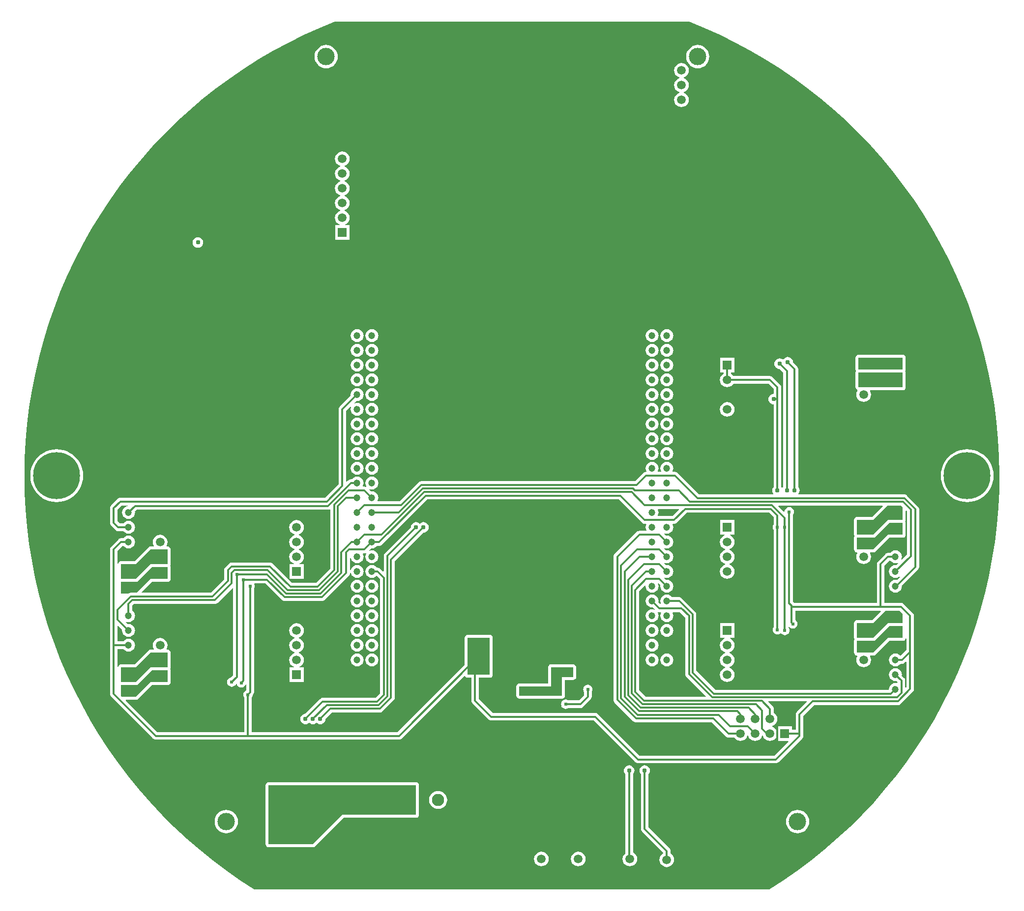
<source format=gbl>
G04 Layer_Physical_Order=2*
G04 Layer_Color=16711680*
%FSLAX23Y23*%
%MOIN*%
G70*
G01*
G75*
%ADD25C,0.012*%
%ADD26C,0.013*%
%ADD27C,0.083*%
%ADD28C,0.059*%
%ADD29R,0.059X0.059*%
%ADD30C,0.318*%
%ADD31C,0.118*%
%ADD32C,0.047*%
%ADD33R,0.047X0.047*%
%ADD34C,0.236*%
%ADD35R,0.059X0.059*%
%ADD36C,0.031*%
%ADD37C,0.024*%
G36*
X1305Y3037D02*
X1411Y2990D01*
X1515Y2938D01*
X1617Y2883D01*
X1718Y2824D01*
X1816Y2762D01*
X1912Y2697D01*
X2006Y2628D01*
X2097Y2556D01*
X2185Y2480D01*
X2271Y2402D01*
X2354Y2320D01*
X2434Y2236D01*
X2512Y2149D01*
X2586Y2060D01*
X2656Y1967D01*
X2724Y1873D01*
X2788Y1776D01*
X2849Y1677D01*
X2906Y1575D01*
X2960Y1472D01*
X3010Y1367D01*
X3056Y1261D01*
X3098Y1152D01*
X3137Y1043D01*
X3172Y932D01*
X3202Y820D01*
X3229Y707D01*
X3252Y593D01*
X3271Y478D01*
X3286Y363D01*
X3296Y247D01*
X3303Y131D01*
X3306Y14D01*
X3304Y-102D01*
X3299Y-218D01*
X3289Y-334D01*
X3275Y-449D01*
X3257Y-564D01*
X3235Y-678D01*
X3210Y-792D01*
X3180Y-904D01*
X3146Y-1015D01*
X3108Y-1125D01*
X3067Y-1234D01*
X3022Y-1341D01*
X2973Y-1446D01*
X2920Y-1550D01*
X2864Y-1652D01*
X2804Y-1751D01*
X2740Y-1849D01*
X2674Y-1944D01*
X2604Y-2037D01*
X2530Y-2127D01*
X2454Y-2215D01*
X2375Y-2300D01*
X2292Y-2382D01*
X2207Y-2461D01*
X2119Y-2537D01*
X2029Y-2610D01*
X1936Y-2680D01*
X1840Y-2746D01*
X1747Y-2806D01*
X-1747D01*
X-1840Y-2746D01*
X-1935Y-2680D01*
X-2027Y-2611D01*
X-2118Y-2538D01*
X-2205Y-2463D01*
X-2290Y-2384D01*
X-2372Y-2302D01*
X-2451Y-2218D01*
X-2527Y-2131D01*
X-2601Y-2041D01*
X-2670Y-1948D01*
X-2737Y-1854D01*
X-2800Y-1757D01*
X-2860Y-1658D01*
X-2916Y-1557D01*
X-2969Y-1454D01*
X-3018Y-1349D01*
X-3063Y-1242D01*
X-3105Y-1134D01*
X-3143Y-1025D01*
X-3177Y-914D01*
X-3207Y-802D01*
X-3233Y-689D01*
X-3255Y-576D01*
X-3273Y-462D01*
X-3287Y-347D01*
X-3298Y-231D01*
X-3304Y-116D01*
X-3306Y-0D01*
X-3304Y117D01*
X-3297Y233D01*
X-3287Y349D01*
X-3273Y465D01*
X-3254Y580D01*
X-3232Y695D01*
X-3205Y809D01*
X-3175Y921D01*
X-3140Y1033D01*
X-3102Y1143D01*
X-3060Y1252D01*
X-3014Y1359D01*
X-2964Y1464D01*
X-2910Y1568D01*
X-2853Y1670D01*
X-2792Y1769D01*
X-2728Y1867D01*
X-2661Y1962D01*
X-2590Y2055D01*
X-2516Y2145D01*
X-2438Y2232D01*
X-2358Y2317D01*
X-2275Y2399D01*
X-2189Y2477D01*
X-2100Y2553D01*
X-2008Y2626D01*
X-1915Y2695D01*
X-1818Y2761D01*
X-1720Y2823D01*
X-1619Y2882D01*
X-1516Y2937D01*
X-1412Y2989D01*
X-1305Y3037D01*
X-1201Y3080D01*
X1201D01*
X1305Y3037D01*
D02*
G37*
%LPC*%
G36*
X-950Y294D02*
X-961Y292D01*
X-972Y288D01*
X-981Y281D01*
X-988Y272D01*
X-992Y261D01*
X-994Y250D01*
X-992Y239D01*
X-988Y228D01*
X-981Y219D01*
X-972Y212D01*
X-961Y208D01*
X-950Y206D01*
X-939Y208D01*
X-928Y212D01*
X-919Y219D01*
X-912Y228D01*
X-908Y239D01*
X-906Y250D01*
X-908Y261D01*
X-912Y272D01*
X-919Y281D01*
X-928Y288D01*
X-939Y292D01*
X-950Y294D01*
D02*
G37*
G36*
X950D02*
X939Y292D01*
X928Y288D01*
X919Y281D01*
X912Y272D01*
X908Y261D01*
X906Y250D01*
X908Y239D01*
X912Y228D01*
X919Y219D01*
X928Y212D01*
X939Y208D01*
X950Y206D01*
X961Y208D01*
X972Y212D01*
X981Y219D01*
X988Y228D01*
X992Y239D01*
X994Y250D01*
X992Y261D01*
X988Y272D01*
X981Y281D01*
X972Y288D01*
X961Y292D01*
X950Y294D01*
D02*
G37*
G36*
X1050D02*
X1039Y292D01*
X1028Y288D01*
X1019Y281D01*
X1012Y272D01*
X1008Y261D01*
X1006Y250D01*
X1008Y239D01*
X1012Y228D01*
X1019Y219D01*
X1028Y212D01*
X1039Y208D01*
X1050Y206D01*
X1061Y208D01*
X1072Y212D01*
X1081Y219D01*
X1088Y228D01*
X1092Y239D01*
X1094Y250D01*
X1092Y261D01*
X1088Y272D01*
X1081Y281D01*
X1072Y288D01*
X1061Y292D01*
X1050Y294D01*
D02*
G37*
G36*
X950Y194D02*
X939Y192D01*
X928Y188D01*
X919Y181D01*
X912Y172D01*
X908Y161D01*
X906Y150D01*
X908Y139D01*
X912Y128D01*
X919Y119D01*
X928Y112D01*
X939Y108D01*
X950Y106D01*
X961Y108D01*
X972Y112D01*
X981Y119D01*
X988Y128D01*
X992Y139D01*
X994Y150D01*
X992Y161D01*
X988Y172D01*
X981Y181D01*
X972Y188D01*
X961Y192D01*
X950Y194D01*
D02*
G37*
G36*
X1050D02*
X1039Y192D01*
X1028Y188D01*
X1019Y181D01*
X1012Y172D01*
X1008Y161D01*
X1006Y150D01*
X1008Y139D01*
X1012Y128D01*
X1019Y119D01*
X1028Y112D01*
X1039Y108D01*
X1050Y106D01*
X1061Y108D01*
X1072Y112D01*
X1081Y119D01*
X1088Y128D01*
X1092Y139D01*
X1094Y150D01*
X1092Y161D01*
X1088Y172D01*
X1081Y181D01*
X1072Y188D01*
X1061Y192D01*
X1050Y194D01*
D02*
G37*
G36*
X-1050Y294D02*
X-1061Y292D01*
X-1072Y288D01*
X-1081Y281D01*
X-1088Y272D01*
X-1092Y261D01*
X-1094Y250D01*
X-1092Y239D01*
X-1088Y228D01*
X-1081Y219D01*
X-1072Y212D01*
X-1061Y208D01*
X-1050Y206D01*
X-1039Y208D01*
X-1028Y212D01*
X-1019Y219D01*
X-1012Y228D01*
X-1008Y239D01*
X-1006Y250D01*
X-1008Y261D01*
X-1012Y272D01*
X-1019Y281D01*
X-1028Y288D01*
X-1039Y292D01*
X-1050Y294D01*
D02*
G37*
G36*
X1460Y500D02*
X1447Y498D01*
X1435Y493D01*
X1425Y485D01*
X1417Y475D01*
X1412Y463D01*
X1410Y450D01*
X1412Y437D01*
X1417Y425D01*
X1425Y415D01*
X1435Y407D01*
X1447Y402D01*
X1460Y400D01*
X1473Y402D01*
X1485Y407D01*
X1495Y415D01*
X1503Y425D01*
X1508Y437D01*
X1510Y450D01*
X1508Y463D01*
X1503Y475D01*
X1495Y485D01*
X1485Y493D01*
X1473Y498D01*
X1460Y500D01*
D02*
G37*
G36*
X-950Y494D02*
X-961Y492D01*
X-972Y488D01*
X-981Y481D01*
X-988Y472D01*
X-992Y461D01*
X-994Y450D01*
X-992Y439D01*
X-988Y428D01*
X-981Y419D01*
X-972Y412D01*
X-961Y408D01*
X-950Y406D01*
X-939Y408D01*
X-928Y412D01*
X-919Y419D01*
X-912Y428D01*
X-908Y439D01*
X-906Y450D01*
X-908Y461D01*
X-912Y472D01*
X-919Y481D01*
X-928Y488D01*
X-939Y492D01*
X-950Y494D01*
D02*
G37*
G36*
X950D02*
X939Y492D01*
X928Y488D01*
X919Y481D01*
X912Y472D01*
X908Y461D01*
X906Y450D01*
X908Y439D01*
X912Y428D01*
X919Y419D01*
X928Y412D01*
X939Y408D01*
X950Y406D01*
X961Y408D01*
X972Y412D01*
X981Y419D01*
X988Y428D01*
X992Y439D01*
X994Y450D01*
X992Y461D01*
X988Y472D01*
X981Y481D01*
X972Y488D01*
X961Y492D01*
X950Y494D01*
D02*
G37*
G36*
X1050Y394D02*
X1039Y392D01*
X1028Y388D01*
X1019Y381D01*
X1012Y372D01*
X1008Y361D01*
X1006Y350D01*
X1008Y339D01*
X1012Y328D01*
X1019Y319D01*
X1028Y312D01*
X1039Y308D01*
X1050Y306D01*
X1061Y308D01*
X1072Y312D01*
X1081Y319D01*
X1088Y328D01*
X1092Y339D01*
X1094Y350D01*
X1092Y361D01*
X1088Y372D01*
X1081Y381D01*
X1072Y388D01*
X1061Y392D01*
X1050Y394D01*
D02*
G37*
G36*
X-1050D02*
X-1061Y392D01*
X-1072Y388D01*
X-1081Y381D01*
X-1088Y372D01*
X-1092Y361D01*
X-1094Y350D01*
X-1092Y339D01*
X-1088Y328D01*
X-1081Y319D01*
X-1072Y312D01*
X-1061Y308D01*
X-1050Y306D01*
X-1039Y308D01*
X-1028Y312D01*
X-1019Y319D01*
X-1012Y328D01*
X-1008Y339D01*
X-1006Y350D01*
X-1008Y361D01*
X-1012Y372D01*
X-1019Y381D01*
X-1028Y388D01*
X-1039Y392D01*
X-1050Y394D01*
D02*
G37*
G36*
X-950D02*
X-961Y392D01*
X-972Y388D01*
X-981Y381D01*
X-988Y372D01*
X-992Y361D01*
X-994Y350D01*
X-992Y339D01*
X-988Y328D01*
X-981Y319D01*
X-972Y312D01*
X-961Y308D01*
X-950Y306D01*
X-939Y308D01*
X-928Y312D01*
X-919Y319D01*
X-912Y328D01*
X-908Y339D01*
X-906Y350D01*
X-908Y361D01*
X-912Y372D01*
X-919Y381D01*
X-928Y388D01*
X-939Y392D01*
X-950Y394D01*
D02*
G37*
G36*
X950D02*
X939Y392D01*
X928Y388D01*
X919Y381D01*
X912Y372D01*
X908Y361D01*
X906Y350D01*
X908Y339D01*
X912Y328D01*
X919Y319D01*
X928Y312D01*
X939Y308D01*
X950Y306D01*
X961Y308D01*
X972Y312D01*
X981Y319D01*
X988Y328D01*
X992Y339D01*
X994Y350D01*
X992Y361D01*
X988Y372D01*
X981Y381D01*
X972Y388D01*
X961Y392D01*
X950Y394D01*
D02*
G37*
G36*
X-650Y-2080D02*
X-1650D01*
X-1658Y-2081D01*
X-1664Y-2086D01*
X-1669Y-2092D01*
X-1670Y-2100D01*
Y-2200D01*
Y-2500D01*
X-1669Y-2508D01*
X-1664Y-2514D01*
X-1658Y-2519D01*
X-1650Y-2520D01*
X-1350D01*
X-1342Y-2519D01*
X-1336Y-2514D01*
X-1142Y-2320D01*
X-650D01*
X-642Y-2319D01*
X-636Y-2314D01*
X-631Y-2308D01*
X-630Y-2300D01*
Y-2100D01*
X-631Y-2092D01*
X-636Y-2086D01*
X-642Y-2081D01*
X-650Y-2080D01*
D02*
G37*
G36*
X795Y-1964D02*
X786Y-1965D01*
X777Y-1969D01*
X770Y-1975D01*
X764Y-1982D01*
X760Y-1991D01*
X759Y-2000D01*
X760Y-2009D01*
X764Y-2018D01*
X769Y-2025D01*
Y-2562D01*
X765Y-2565D01*
X757Y-2575D01*
X752Y-2587D01*
X750Y-2600D01*
X752Y-2613D01*
X757Y-2625D01*
X765Y-2635D01*
X775Y-2643D01*
X787Y-2648D01*
X800Y-2650D01*
X813Y-2648D01*
X825Y-2643D01*
X835Y-2635D01*
X843Y-2625D01*
X848Y-2613D01*
X850Y-2600D01*
X848Y-2587D01*
X843Y-2575D01*
X835Y-2565D01*
X825Y-2557D01*
X821Y-2555D01*
Y-2025D01*
X826Y-2018D01*
X830Y-2009D01*
X831Y-2000D01*
X830Y-1991D01*
X826Y-1982D01*
X820Y-1975D01*
X813Y-1969D01*
X804Y-1965D01*
X795Y-1964D01*
D02*
G37*
G36*
X450Y-2550D02*
X437Y-2552D01*
X425Y-2557D01*
X415Y-2565D01*
X407Y-2575D01*
X402Y-2587D01*
X400Y-2600D01*
X402Y-2613D01*
X407Y-2625D01*
X415Y-2635D01*
X425Y-2643D01*
X437Y-2648D01*
X450Y-2650D01*
X463Y-2648D01*
X475Y-2643D01*
X485Y-2635D01*
X493Y-2625D01*
X498Y-2613D01*
X500Y-2600D01*
X498Y-2587D01*
X493Y-2575D01*
X485Y-2565D01*
X475Y-2557D01*
X463Y-2552D01*
X450Y-2550D01*
D02*
G37*
G36*
X-1937Y-2267D02*
X-1953Y-2269D01*
X-1967Y-2273D01*
X-1981Y-2281D01*
X-1993Y-2290D01*
X-2003Y-2302D01*
X-2010Y-2316D01*
X-2015Y-2331D01*
X-2016Y-2346D01*
X-2015Y-2362D01*
X-2010Y-2377D01*
X-2003Y-2390D01*
X-1993Y-2402D01*
X-1981Y-2412D01*
X-1967Y-2419D01*
X-1953Y-2424D01*
X-1937Y-2426D01*
X-1922Y-2424D01*
X-1907Y-2419D01*
X-1893Y-2412D01*
X-1881Y-2402D01*
X-1871Y-2390D01*
X-1864Y-2377D01*
X-1859Y-2362D01*
X-1858Y-2346D01*
X-1859Y-2331D01*
X-1864Y-2316D01*
X-1871Y-2302D01*
X-1881Y-2290D01*
X-1893Y-2281D01*
X-1907Y-2273D01*
X-1922Y-2269D01*
X-1937Y-2267D01*
D02*
G37*
G36*
X-500Y-2139D02*
X-512Y-2140D01*
X-523Y-2143D01*
X-534Y-2149D01*
X-543Y-2157D01*
X-551Y-2166D01*
X-557Y-2177D01*
X-560Y-2188D01*
X-561Y-2200D01*
X-560Y-2212D01*
X-557Y-2223D01*
X-551Y-2234D01*
X-543Y-2243D01*
X-534Y-2251D01*
X-523Y-2257D01*
X-512Y-2260D01*
X-500Y-2261D01*
X-488Y-2260D01*
X-477Y-2257D01*
X-466Y-2251D01*
X-457Y-2243D01*
X-449Y-2234D01*
X-443Y-2223D01*
X-440Y-2212D01*
X-439Y-2200D01*
X-440Y-2188D01*
X-443Y-2177D01*
X-449Y-2166D01*
X-457Y-2157D01*
X-466Y-2149D01*
X-477Y-2143D01*
X-488Y-2140D01*
X-500Y-2139D01*
D02*
G37*
G36*
X-1460Y-300D02*
X-1473Y-302D01*
X-1485Y-307D01*
X-1495Y-315D01*
X-1503Y-325D01*
X-1508Y-337D01*
X-1510Y-350D01*
X-1508Y-363D01*
X-1503Y-375D01*
X-1495Y-385D01*
X-1485Y-393D01*
X-1474Y-397D01*
X-1474Y-397D01*
Y-403D01*
X-1474Y-403D01*
X-1485Y-407D01*
X-1495Y-415D01*
X-1503Y-425D01*
X-1508Y-437D01*
X-1510Y-450D01*
X-1508Y-463D01*
X-1503Y-475D01*
X-1495Y-485D01*
X-1485Y-493D01*
X-1474Y-497D01*
X-1474Y-497D01*
Y-503D01*
X-1474Y-503D01*
X-1485Y-507D01*
X-1495Y-515D01*
X-1503Y-525D01*
X-1508Y-537D01*
X-1510Y-550D01*
X-1508Y-563D01*
X-1503Y-575D01*
X-1495Y-585D01*
X-1485Y-593D01*
X-1478Y-596D01*
X-1479Y-601D01*
X-1509D01*
Y-699D01*
X-1411D01*
Y-601D01*
X-1441D01*
X-1442Y-596D01*
X-1435Y-593D01*
X-1425Y-585D01*
X-1417Y-575D01*
X-1412Y-563D01*
X-1410Y-550D01*
X-1412Y-537D01*
X-1417Y-525D01*
X-1425Y-515D01*
X-1435Y-507D01*
X-1446Y-503D01*
X-1446Y-503D01*
Y-497D01*
X-1446Y-497D01*
X-1435Y-493D01*
X-1425Y-485D01*
X-1417Y-475D01*
X-1412Y-463D01*
X-1410Y-450D01*
X-1412Y-437D01*
X-1417Y-425D01*
X-1425Y-415D01*
X-1435Y-407D01*
X-1446Y-403D01*
X-1446Y-403D01*
Y-397D01*
X-1446Y-397D01*
X-1435Y-393D01*
X-1425Y-385D01*
X-1417Y-375D01*
X-1412Y-363D01*
X-1410Y-350D01*
X-1412Y-337D01*
X-1417Y-325D01*
X-1425Y-315D01*
X-1435Y-307D01*
X-1447Y-302D01*
X-1460Y-300D01*
D02*
G37*
G36*
X1937Y-2267D02*
X1922Y-2269D01*
X1907Y-2273D01*
X1893Y-2281D01*
X1881Y-2290D01*
X1871Y-2302D01*
X1864Y-2316D01*
X1859Y-2331D01*
X1858Y-2346D01*
X1859Y-2362D01*
X1864Y-2377D01*
X1871Y-2390D01*
X1881Y-2402D01*
X1893Y-2412D01*
X1907Y-2419D01*
X1922Y-2424D01*
X1937Y-2426D01*
X1953Y-2424D01*
X1967Y-2419D01*
X1981Y-2412D01*
X1993Y-2402D01*
X2003Y-2390D01*
X2010Y-2377D01*
X2015Y-2362D01*
X2016Y-2346D01*
X2015Y-2331D01*
X2010Y-2316D01*
X2003Y-2302D01*
X1993Y-2290D01*
X1981Y-2281D01*
X1967Y-2273D01*
X1953Y-2269D01*
X1937Y-2267D01*
D02*
G37*
G36*
X-950Y94D02*
X-961Y92D01*
X-972Y88D01*
X-981Y81D01*
X-988Y72D01*
X-992Y61D01*
X-994Y50D01*
X-992Y39D01*
X-988Y28D01*
X-981Y19D01*
X-972Y12D01*
X-961Y8D01*
X-950Y6D01*
X-939Y8D01*
X-928Y12D01*
X-919Y19D01*
X-912Y28D01*
X-908Y39D01*
X-906Y50D01*
X-908Y61D01*
X-912Y72D01*
X-919Y81D01*
X-928Y88D01*
X-939Y92D01*
X-950Y94D01*
D02*
G37*
G36*
X-1050Y194D02*
X-1061Y192D01*
X-1072Y188D01*
X-1081Y181D01*
X-1088Y172D01*
X-1092Y161D01*
X-1094Y150D01*
X-1092Y139D01*
X-1088Y128D01*
X-1081Y119D01*
X-1072Y112D01*
X-1061Y108D01*
X-1050Y106D01*
X-1039Y108D01*
X-1028Y112D01*
X-1019Y119D01*
X-1012Y128D01*
X-1008Y139D01*
X-1006Y150D01*
X-1008Y161D01*
X-1012Y172D01*
X-1019Y181D01*
X-1028Y188D01*
X-1039Y192D01*
X-1050Y194D01*
D02*
G37*
G36*
X-950D02*
X-961Y192D01*
X-972Y188D01*
X-981Y181D01*
X-988Y172D01*
X-992Y161D01*
X-994Y150D01*
X-992Y139D01*
X-988Y128D01*
X-981Y119D01*
X-972Y112D01*
X-961Y108D01*
X-950Y106D01*
X-939Y108D01*
X-928Y112D01*
X-919Y119D01*
X-912Y128D01*
X-908Y139D01*
X-906Y150D01*
X-908Y161D01*
X-912Y172D01*
X-919Y181D01*
X-928Y188D01*
X-939Y192D01*
X-950Y194D01*
D02*
G37*
G36*
X-1050Y94D02*
X-1061Y92D01*
X-1072Y88D01*
X-1081Y81D01*
X-1088Y72D01*
X-1092Y61D01*
X-1094Y50D01*
X-1092Y39D01*
X-1088Y28D01*
X-1081Y19D01*
X-1072Y12D01*
X-1061Y8D01*
X-1050Y6D01*
X-1039Y8D01*
X-1028Y12D01*
X-1019Y19D01*
X-1012Y28D01*
X-1008Y39D01*
X-1006Y50D01*
X-1008Y61D01*
X-1012Y72D01*
X-1019Y81D01*
X-1028Y88D01*
X-1039Y92D01*
X-1050Y94D01*
D02*
G37*
G36*
X200Y-2550D02*
X187Y-2552D01*
X175Y-2557D01*
X165Y-2565D01*
X157Y-2575D01*
X152Y-2587D01*
X150Y-2600D01*
X152Y-2613D01*
X157Y-2625D01*
X165Y-2635D01*
X175Y-2643D01*
X187Y-2648D01*
X200Y-2650D01*
X213Y-2648D01*
X225Y-2643D01*
X235Y-2635D01*
X243Y-2625D01*
X248Y-2613D01*
X250Y-2600D01*
X248Y-2587D01*
X243Y-2575D01*
X235Y-2565D01*
X225Y-2557D01*
X213Y-2552D01*
X200Y-2550D01*
D02*
G37*
G36*
X-3087Y179D02*
X-3110Y178D01*
X-3133Y173D01*
X-3156Y166D01*
X-3177Y155D01*
X-3196Y142D01*
X-3214Y127D01*
X-3229Y109D01*
X-3242Y90D01*
X-3252Y69D01*
X-3260Y46D01*
X-3265Y23D01*
X-3266Y-0D01*
X-3265Y-23D01*
X-3260Y-46D01*
X-3252Y-69D01*
X-3242Y-90D01*
X-3229Y-109D01*
X-3214Y-127D01*
X-3196Y-142D01*
X-3177Y-155D01*
X-3156Y-166D01*
X-3133Y-173D01*
X-3110Y-178D01*
X-3087Y-179D01*
X-3064Y-178D01*
X-3041Y-173D01*
X-3018Y-166D01*
X-2997Y-155D01*
X-2978Y-142D01*
X-2960Y-127D01*
X-2945Y-109D01*
X-2932Y-90D01*
X-2921Y-69D01*
X-2914Y-46D01*
X-2909Y-23D01*
X-2908Y-0D01*
X-2909Y23D01*
X-2914Y46D01*
X-2921Y69D01*
X-2932Y90D01*
X-2945Y109D01*
X-2960Y127D01*
X-2978Y142D01*
X-2997Y155D01*
X-3018Y166D01*
X-3041Y173D01*
X-3064Y178D01*
X-3087Y179D01*
D02*
G37*
G36*
X3087D02*
X3064Y178D01*
X3041Y173D01*
X3018Y166D01*
X2997Y155D01*
X2978Y142D01*
X2960Y127D01*
X2945Y109D01*
X2932Y90D01*
X2921Y69D01*
X2914Y46D01*
X2909Y23D01*
X2908Y-0D01*
X2909Y-23D01*
X2914Y-46D01*
X2921Y-69D01*
X2932Y-90D01*
X2945Y-109D01*
X2960Y-127D01*
X2978Y-142D01*
X2997Y-155D01*
X3018Y-166D01*
X3041Y-173D01*
X3064Y-178D01*
X3087Y-179D01*
X3110Y-178D01*
X3133Y-173D01*
X3156Y-166D01*
X3177Y-155D01*
X3196Y-142D01*
X3214Y-127D01*
X3229Y-109D01*
X3242Y-90D01*
X3252Y-69D01*
X3260Y-46D01*
X3265Y-23D01*
X3266Y-0D01*
X3265Y23D01*
X3260Y46D01*
X3252Y69D01*
X3242Y90D01*
X3229Y109D01*
X3214Y127D01*
X3196Y142D01*
X3177Y155D01*
X3156Y166D01*
X3133Y173D01*
X3110Y178D01*
X3087Y179D01*
D02*
G37*
G36*
X1050Y494D02*
X1039Y492D01*
X1028Y488D01*
X1019Y481D01*
X1012Y472D01*
X1008Y461D01*
X1006Y450D01*
X1008Y439D01*
X1012Y428D01*
X1019Y419D01*
X1028Y412D01*
X1039Y408D01*
X1050Y406D01*
X1061Y408D01*
X1072Y412D01*
X1081Y419D01*
X1088Y428D01*
X1092Y439D01*
X1094Y450D01*
X1092Y461D01*
X1088Y472D01*
X1081Y481D01*
X1072Y488D01*
X1061Y492D01*
X1050Y494D01*
D02*
G37*
G36*
Y894D02*
X1039Y892D01*
X1028Y888D01*
X1019Y881D01*
X1012Y872D01*
X1008Y861D01*
X1006Y850D01*
X1008Y839D01*
X1012Y828D01*
X1019Y819D01*
X1028Y812D01*
X1039Y808D01*
X1050Y806D01*
X1061Y808D01*
X1072Y812D01*
X1081Y819D01*
X1088Y828D01*
X1092Y839D01*
X1094Y850D01*
X1092Y861D01*
X1088Y872D01*
X1081Y881D01*
X1072Y888D01*
X1061Y892D01*
X1050Y894D01*
D02*
G37*
G36*
X-1050Y994D02*
X-1061Y992D01*
X-1072Y988D01*
X-1081Y981D01*
X-1088Y972D01*
X-1092Y961D01*
X-1094Y950D01*
X-1092Y939D01*
X-1088Y928D01*
X-1081Y919D01*
X-1072Y912D01*
X-1061Y908D01*
X-1050Y906D01*
X-1039Y908D01*
X-1028Y912D01*
X-1019Y919D01*
X-1012Y928D01*
X-1008Y939D01*
X-1006Y950D01*
X-1008Y961D01*
X-1012Y972D01*
X-1019Y981D01*
X-1028Y988D01*
X-1039Y992D01*
X-1050Y994D01*
D02*
G37*
G36*
X-950D02*
X-961Y992D01*
X-972Y988D01*
X-981Y981D01*
X-988Y972D01*
X-992Y961D01*
X-994Y950D01*
X-992Y939D01*
X-988Y928D01*
X-981Y919D01*
X-972Y912D01*
X-961Y908D01*
X-950Y906D01*
X-939Y908D01*
X-928Y912D01*
X-919Y919D01*
X-912Y928D01*
X-908Y939D01*
X-906Y950D01*
X-908Y961D01*
X-912Y972D01*
X-919Y981D01*
X-928Y988D01*
X-939Y992D01*
X-950Y994D01*
D02*
G37*
G36*
X-1050Y894D02*
X-1061Y892D01*
X-1072Y888D01*
X-1081Y881D01*
X-1088Y872D01*
X-1092Y861D01*
X-1094Y850D01*
X-1092Y839D01*
X-1088Y828D01*
X-1081Y819D01*
X-1072Y812D01*
X-1061Y808D01*
X-1050Y806D01*
X-1039Y808D01*
X-1028Y812D01*
X-1019Y819D01*
X-1012Y828D01*
X-1008Y839D01*
X-1006Y850D01*
X-1008Y861D01*
X-1012Y872D01*
X-1019Y881D01*
X-1028Y888D01*
X-1039Y892D01*
X-1050Y894D01*
D02*
G37*
G36*
X-950D02*
X-961Y892D01*
X-972Y888D01*
X-981Y881D01*
X-988Y872D01*
X-992Y861D01*
X-994Y850D01*
X-992Y839D01*
X-988Y828D01*
X-981Y819D01*
X-972Y812D01*
X-961Y808D01*
X-950Y806D01*
X-939Y808D01*
X-928Y812D01*
X-919Y819D01*
X-912Y828D01*
X-908Y839D01*
X-906Y850D01*
X-908Y861D01*
X-912Y872D01*
X-919Y881D01*
X-928Y888D01*
X-939Y892D01*
X-950Y894D01*
D02*
G37*
G36*
X950D02*
X939Y892D01*
X928Y888D01*
X919Y881D01*
X912Y872D01*
X908Y861D01*
X906Y850D01*
X908Y839D01*
X912Y828D01*
X919Y819D01*
X928Y812D01*
X939Y808D01*
X950Y806D01*
X961Y808D01*
X972Y812D01*
X981Y819D01*
X988Y828D01*
X992Y839D01*
X994Y850D01*
X992Y861D01*
X988Y872D01*
X981Y881D01*
X972Y888D01*
X961Y892D01*
X950Y894D01*
D02*
G37*
G36*
Y994D02*
X939Y992D01*
X928Y988D01*
X919Y981D01*
X912Y972D01*
X908Y961D01*
X906Y950D01*
X908Y939D01*
X912Y928D01*
X919Y919D01*
X928Y912D01*
X939Y908D01*
X950Y906D01*
X961Y908D01*
X972Y912D01*
X981Y919D01*
X988Y928D01*
X992Y939D01*
X994Y950D01*
X992Y961D01*
X988Y972D01*
X981Y981D01*
X972Y988D01*
X961Y992D01*
X950Y994D01*
D02*
G37*
G36*
X1150Y2800D02*
X1137Y2798D01*
X1125Y2793D01*
X1115Y2785D01*
X1107Y2775D01*
X1102Y2763D01*
X1100Y2750D01*
X1102Y2737D01*
X1107Y2725D01*
X1115Y2715D01*
X1125Y2707D01*
X1136Y2703D01*
X1136Y2703D01*
Y2697D01*
X1136Y2697D01*
X1125Y2693D01*
X1115Y2685D01*
X1107Y2675D01*
X1102Y2663D01*
X1100Y2650D01*
X1102Y2637D01*
X1107Y2625D01*
X1115Y2615D01*
X1125Y2607D01*
X1136Y2603D01*
X1136Y2603D01*
Y2597D01*
X1136Y2597D01*
X1125Y2593D01*
X1115Y2585D01*
X1107Y2575D01*
X1102Y2563D01*
X1100Y2550D01*
X1102Y2537D01*
X1107Y2525D01*
X1115Y2515D01*
X1125Y2507D01*
X1137Y2502D01*
X1150Y2500D01*
X1163Y2502D01*
X1175Y2507D01*
X1185Y2515D01*
X1193Y2525D01*
X1198Y2537D01*
X1200Y2550D01*
X1198Y2563D01*
X1193Y2575D01*
X1185Y2585D01*
X1175Y2593D01*
X1164Y2597D01*
X1164Y2597D01*
Y2603D01*
X1164Y2603D01*
X1175Y2607D01*
X1185Y2615D01*
X1193Y2625D01*
X1198Y2637D01*
X1200Y2650D01*
X1198Y2663D01*
X1193Y2675D01*
X1185Y2685D01*
X1175Y2693D01*
X1164Y2697D01*
X1164Y2697D01*
Y2703D01*
X1164Y2703D01*
X1175Y2707D01*
X1185Y2715D01*
X1193Y2725D01*
X1198Y2737D01*
X1200Y2750D01*
X1198Y2763D01*
X1193Y2775D01*
X1185Y2785D01*
X1175Y2793D01*
X1163Y2798D01*
X1150Y2800D01*
D02*
G37*
G36*
X-1260Y2922D02*
X-1275Y2920D01*
X-1290Y2916D01*
X-1304Y2908D01*
X-1316Y2898D01*
X-1326Y2886D01*
X-1333Y2873D01*
X-1337Y2858D01*
X-1339Y2842D01*
X-1337Y2827D01*
X-1333Y2812D01*
X-1326Y2799D01*
X-1316Y2787D01*
X-1304Y2777D01*
X-1290Y2769D01*
X-1275Y2765D01*
X-1260Y2763D01*
X-1244Y2765D01*
X-1230Y2769D01*
X-1216Y2777D01*
X-1204Y2787D01*
X-1194Y2799D01*
X-1187Y2812D01*
X-1182Y2827D01*
X-1181Y2842D01*
X-1182Y2858D01*
X-1187Y2873D01*
X-1194Y2886D01*
X-1204Y2898D01*
X-1216Y2908D01*
X-1230Y2916D01*
X-1244Y2920D01*
X-1260Y2922D01*
D02*
G37*
G36*
X1260D02*
X1244Y2920D01*
X1230Y2916D01*
X1216Y2908D01*
X1204Y2898D01*
X1194Y2886D01*
X1187Y2873D01*
X1182Y2858D01*
X1181Y2842D01*
X1182Y2827D01*
X1187Y2812D01*
X1194Y2799D01*
X1204Y2787D01*
X1216Y2777D01*
X1230Y2769D01*
X1244Y2765D01*
X1260Y2763D01*
X1275Y2765D01*
X1290Y2769D01*
X1304Y2777D01*
X1316Y2787D01*
X1326Y2799D01*
X1333Y2812D01*
X1337Y2827D01*
X1339Y2842D01*
X1337Y2858D01*
X1333Y2873D01*
X1326Y2886D01*
X1316Y2898D01*
X1304Y2908D01*
X1290Y2916D01*
X1275Y2920D01*
X1260Y2922D01*
D02*
G37*
G36*
X1050Y994D02*
X1039Y992D01*
X1028Y988D01*
X1019Y981D01*
X1012Y972D01*
X1008Y961D01*
X1006Y950D01*
X1008Y939D01*
X1012Y928D01*
X1019Y919D01*
X1028Y912D01*
X1039Y908D01*
X1050Y906D01*
X1061Y908D01*
X1072Y912D01*
X1081Y919D01*
X1088Y928D01*
X1092Y939D01*
X1094Y950D01*
X1092Y961D01*
X1088Y972D01*
X1081Y981D01*
X1072Y988D01*
X1061Y992D01*
X1050Y994D01*
D02*
G37*
G36*
X-2129Y1618D02*
X-2139Y1617D01*
X-2147Y1613D01*
X-2155Y1608D01*
X-2160Y1600D01*
X-2164Y1592D01*
X-2165Y1582D01*
X-2164Y1573D01*
X-2160Y1565D01*
X-2155Y1557D01*
X-2147Y1551D01*
X-2139Y1548D01*
X-2129Y1547D01*
X-2120Y1548D01*
X-2112Y1551D01*
X-2104Y1557D01*
X-2099Y1565D01*
X-2095Y1573D01*
X-2094Y1582D01*
X-2095Y1592D01*
X-2099Y1600D01*
X-2104Y1608D01*
X-2112Y1613D01*
X-2120Y1617D01*
X-2129Y1618D01*
D02*
G37*
G36*
X-1150Y2200D02*
X-1163Y2198D01*
X-1175Y2193D01*
X-1185Y2185D01*
X-1193Y2175D01*
X-1198Y2163D01*
X-1200Y2150D01*
X-1198Y2137D01*
X-1193Y2125D01*
X-1185Y2115D01*
X-1175Y2107D01*
X-1164Y2103D01*
X-1164Y2103D01*
Y2097D01*
X-1164Y2097D01*
X-1175Y2093D01*
X-1185Y2085D01*
X-1193Y2075D01*
X-1198Y2063D01*
X-1200Y2050D01*
X-1198Y2037D01*
X-1193Y2025D01*
X-1185Y2015D01*
X-1175Y2007D01*
X-1164Y2003D01*
X-1164Y2003D01*
Y1997D01*
X-1164Y1997D01*
X-1175Y1993D01*
X-1185Y1985D01*
X-1193Y1975D01*
X-1198Y1963D01*
X-1200Y1950D01*
X-1198Y1937D01*
X-1193Y1925D01*
X-1185Y1915D01*
X-1175Y1907D01*
X-1164Y1903D01*
X-1164Y1903D01*
Y1897D01*
X-1164Y1897D01*
X-1175Y1893D01*
X-1185Y1885D01*
X-1193Y1875D01*
X-1198Y1863D01*
X-1200Y1850D01*
X-1198Y1837D01*
X-1193Y1825D01*
X-1185Y1815D01*
X-1175Y1807D01*
X-1164Y1803D01*
X-1164Y1803D01*
Y1797D01*
X-1164Y1797D01*
X-1175Y1793D01*
X-1185Y1785D01*
X-1193Y1775D01*
X-1198Y1763D01*
X-1200Y1750D01*
X-1198Y1737D01*
X-1193Y1725D01*
X-1185Y1715D01*
X-1175Y1707D01*
X-1168Y1704D01*
X-1169Y1699D01*
X-1199D01*
Y1601D01*
X-1101D01*
Y1699D01*
X-1131D01*
X-1132Y1704D01*
X-1125Y1707D01*
X-1115Y1715D01*
X-1107Y1725D01*
X-1102Y1737D01*
X-1100Y1750D01*
X-1102Y1763D01*
X-1107Y1775D01*
X-1115Y1785D01*
X-1125Y1793D01*
X-1136Y1797D01*
X-1136Y1797D01*
Y1803D01*
X-1136Y1803D01*
X-1125Y1807D01*
X-1115Y1815D01*
X-1107Y1825D01*
X-1102Y1837D01*
X-1100Y1850D01*
X-1102Y1863D01*
X-1107Y1875D01*
X-1115Y1885D01*
X-1125Y1893D01*
X-1136Y1897D01*
X-1136Y1897D01*
Y1903D01*
X-1136Y1903D01*
X-1125Y1907D01*
X-1115Y1915D01*
X-1107Y1925D01*
X-1102Y1937D01*
X-1100Y1950D01*
X-1102Y1963D01*
X-1107Y1975D01*
X-1115Y1985D01*
X-1125Y1993D01*
X-1136Y1997D01*
X-1136Y1997D01*
Y2003D01*
X-1136Y2003D01*
X-1125Y2007D01*
X-1115Y2015D01*
X-1107Y2025D01*
X-1102Y2037D01*
X-1100Y2050D01*
X-1102Y2063D01*
X-1107Y2075D01*
X-1115Y2085D01*
X-1125Y2093D01*
X-1136Y2097D01*
X-1136Y2097D01*
Y2103D01*
X-1136Y2103D01*
X-1125Y2107D01*
X-1115Y2115D01*
X-1107Y2125D01*
X-1102Y2137D01*
X-1100Y2150D01*
X-1102Y2163D01*
X-1107Y2175D01*
X-1115Y2185D01*
X-1125Y2193D01*
X-1137Y2198D01*
X-1150Y2200D01*
D02*
G37*
G36*
X1870Y806D02*
X1861Y805D01*
X1852Y801D01*
X1845Y795D01*
X1841Y791D01*
X1835Y790D01*
X1833Y791D01*
X1824Y795D01*
X1815Y796D01*
X1806Y795D01*
X1797Y791D01*
X1790Y785D01*
X1784Y778D01*
X1780Y769D01*
X1779Y760D01*
X1780Y751D01*
X1784Y742D01*
X1790Y735D01*
X1797Y729D01*
X1806Y725D01*
X1814Y724D01*
X1839Y699D01*
Y-75D01*
X1836Y-80D01*
X1835Y-81D01*
X1830D01*
X1829Y-80D01*
X1826Y-75D01*
Y520D01*
Y600D01*
X1825Y607D01*
X1822Y613D01*
X1818Y618D01*
X1768Y668D01*
X1763Y672D01*
X1757Y675D01*
X1750Y676D01*
X1502D01*
X1495Y685D01*
X1486Y692D01*
Y701D01*
X1509D01*
Y799D01*
X1411D01*
Y701D01*
X1434D01*
Y692D01*
X1425Y685D01*
X1417Y675D01*
X1412Y663D01*
X1410Y650D01*
X1412Y637D01*
X1417Y625D01*
X1425Y615D01*
X1435Y607D01*
X1447Y602D01*
X1460Y600D01*
X1473Y602D01*
X1485Y607D01*
X1495Y615D01*
X1502Y624D01*
X1739D01*
X1774Y589D01*
Y556D01*
X1766Y555D01*
X1757Y551D01*
X1750Y545D01*
X1744Y538D01*
X1740Y529D01*
X1739Y520D01*
X1740Y511D01*
X1744Y502D01*
X1750Y495D01*
X1757Y489D01*
X1766Y485D01*
X1774Y484D01*
Y-75D01*
X1769Y-82D01*
X1765Y-91D01*
X1764Y-100D01*
X1765Y-109D01*
X1769Y-118D01*
X1772Y-122D01*
X1770Y-127D01*
X1268D01*
X1123Y18D01*
X1118Y22D01*
X1112Y25D01*
X1105Y26D01*
X1092D01*
X1089Y31D01*
X1092Y39D01*
X1094Y50D01*
X1092Y61D01*
X1088Y72D01*
X1081Y81D01*
X1072Y88D01*
X1061Y92D01*
X1050Y94D01*
X1039Y92D01*
X1028Y88D01*
X1019Y81D01*
X1012Y72D01*
X1008Y61D01*
X1006Y50D01*
X1008Y39D01*
X1011Y31D01*
X1008Y26D01*
X992D01*
X989Y31D01*
X992Y39D01*
X994Y50D01*
X992Y61D01*
X988Y72D01*
X981Y81D01*
X972Y88D01*
X961Y92D01*
X950Y94D01*
X939Y92D01*
X928Y88D01*
X919Y81D01*
X912Y72D01*
X908Y61D01*
X906Y50D01*
X908Y39D01*
X911Y31D01*
X911Y29D01*
X908Y26D01*
X908Y26D01*
X903Y25D01*
X897Y22D01*
X892Y18D01*
X835Y-38D01*
X-614D01*
X-621Y-39D01*
X-627Y-41D01*
X-632Y-46D01*
X-761Y-174D01*
X-908D01*
X-911Y-169D01*
X-908Y-161D01*
X-906Y-150D01*
X-908Y-139D01*
X-912Y-128D01*
X-919Y-119D01*
X-928Y-112D01*
X-939Y-108D01*
X-950Y-106D01*
X-956Y-107D01*
X-969Y-94D01*
X-966Y-90D01*
X-961Y-92D01*
X-950Y-94D01*
X-939Y-92D01*
X-928Y-88D01*
X-919Y-81D01*
X-912Y-72D01*
X-908Y-61D01*
X-906Y-50D01*
X-908Y-39D01*
X-912Y-28D01*
X-919Y-19D01*
X-928Y-12D01*
X-939Y-8D01*
X-950Y-6D01*
X-961Y-8D01*
X-972Y-12D01*
X-981Y-19D01*
X-988Y-28D01*
X-992Y-39D01*
X-994Y-50D01*
X-992Y-61D01*
X-988Y-72D01*
X-990Y-76D01*
X-991Y-76D01*
X-993Y-75D01*
X-1000Y-74D01*
X-1008D01*
X-1011Y-69D01*
X-1008Y-61D01*
X-1006Y-50D01*
X-1008Y-39D01*
X-1012Y-28D01*
X-1019Y-19D01*
X-1028Y-12D01*
X-1039Y-8D01*
X-1050Y-6D01*
X-1061Y-8D01*
X-1072Y-12D01*
X-1081Y-19D01*
X-1085Y-24D01*
X-1092D01*
X-1098Y-25D01*
X-1104Y-28D01*
X-1110Y-32D01*
X-1120Y-41D01*
X-1124Y-40D01*
Y439D01*
X-1094Y469D01*
X-1090Y466D01*
X-1092Y461D01*
X-1094Y450D01*
X-1092Y439D01*
X-1088Y428D01*
X-1081Y419D01*
X-1072Y412D01*
X-1061Y408D01*
X-1050Y406D01*
X-1039Y408D01*
X-1028Y412D01*
X-1019Y419D01*
X-1012Y428D01*
X-1008Y439D01*
X-1006Y450D01*
X-1008Y461D01*
X-1012Y472D01*
X-1019Y481D01*
X-1028Y488D01*
X-1039Y492D01*
X-1050Y494D01*
X-1061Y492D01*
X-1066Y490D01*
X-1069Y494D01*
X-1056Y507D01*
X-1050Y506D01*
X-1039Y508D01*
X-1028Y512D01*
X-1019Y519D01*
X-1012Y528D01*
X-1008Y539D01*
X-1006Y550D01*
X-1008Y561D01*
X-1012Y572D01*
X-1019Y581D01*
X-1028Y588D01*
X-1039Y592D01*
X-1050Y594D01*
X-1061Y592D01*
X-1072Y588D01*
X-1081Y581D01*
X-1088Y572D01*
X-1092Y561D01*
X-1094Y550D01*
X-1093Y544D01*
X-1168Y468D01*
X-1172Y463D01*
X-1175Y457D01*
X-1176Y450D01*
Y-59D01*
X-1267Y-150D01*
X-2656D01*
X-2663Y-151D01*
X-2669Y-154D01*
X-2674Y-158D01*
X-2718Y-202D01*
X-2722Y-207D01*
X-2725Y-213D01*
X-2726Y-220D01*
Y-320D01*
X-2725Y-327D01*
X-2722Y-333D01*
X-2718Y-338D01*
X-2688Y-368D01*
X-2683Y-372D01*
X-2677Y-375D01*
X-2670Y-376D01*
X-2635D01*
X-2631Y-381D01*
X-2622Y-388D01*
X-2611Y-392D01*
X-2600Y-394D01*
X-2589Y-392D01*
X-2578Y-388D01*
X-2569Y-381D01*
X-2562Y-372D01*
X-2558Y-361D01*
X-2556Y-350D01*
X-2558Y-339D01*
X-2562Y-328D01*
X-2569Y-319D01*
X-2578Y-312D01*
X-2589Y-308D01*
X-2600Y-306D01*
X-2611Y-308D01*
X-2622Y-312D01*
X-2631Y-319D01*
X-2635Y-324D01*
X-2659D01*
X-2674Y-309D01*
Y-231D01*
X-2645Y-202D01*
X-2605D01*
X-2604Y-207D01*
X-2611Y-208D01*
X-2622Y-212D01*
X-2631Y-219D01*
X-2638Y-228D01*
X-2642Y-239D01*
X-2644Y-250D01*
X-2642Y-261D01*
X-2638Y-272D01*
X-2631Y-281D01*
X-2622Y-288D01*
X-2611Y-292D01*
X-2600Y-294D01*
X-2589Y-292D01*
X-2578Y-288D01*
X-2569Y-281D01*
X-2562Y-272D01*
X-2558Y-261D01*
X-2556Y-250D01*
X-2557Y-244D01*
X-2544Y-231D01*
X-1247D01*
X-1240Y-230D01*
X-1235Y-228D01*
X-1230Y-230D01*
Y-629D01*
X-1328Y-728D01*
X-1491D01*
X-1622Y-597D01*
X-1627Y-593D01*
X-1633Y-590D01*
X-1640Y-589D01*
X-1900D01*
X-1907Y-590D01*
X-1913Y-593D01*
X-1918Y-597D01*
X-1943Y-622D01*
X-1947Y-627D01*
X-1950Y-633D01*
X-1951Y-640D01*
Y-703D01*
X-2042Y-794D01*
X-2509D01*
X-2511Y-790D01*
X-2442Y-720D01*
X-2335D01*
X-2327Y-719D01*
X-2321Y-714D01*
X-2316Y-708D01*
X-2315Y-700D01*
Y-620D01*
X-2316Y-612D01*
X-2318Y-610D01*
X-2316Y-608D01*
X-2315Y-600D01*
Y-500D01*
X-2316Y-492D01*
X-2321Y-486D01*
X-2327Y-481D01*
X-2335Y-480D01*
X-2340D01*
X-2342Y-475D01*
X-2342Y-475D01*
X-2337Y-463D01*
X-2335Y-450D01*
X-2337Y-437D01*
X-2342Y-425D01*
X-2350Y-415D01*
X-2360Y-407D01*
X-2372Y-402D01*
X-2385Y-400D01*
X-2398Y-402D01*
X-2410Y-407D01*
X-2420Y-415D01*
X-2428Y-425D01*
X-2433Y-437D01*
X-2435Y-450D01*
X-2433Y-463D01*
X-2428Y-475D01*
X-2428Y-475D01*
X-2430Y-480D01*
X-2450D01*
X-2458Y-481D01*
X-2464Y-486D01*
X-2558Y-580D01*
X-2650D01*
X-2658Y-581D01*
X-2664Y-586D01*
X-2669Y-592D01*
X-2669Y-596D01*
X-2674Y-595D01*
Y-511D01*
X-2640Y-476D01*
X-2634Y-476D01*
X-2631Y-481D01*
X-2622Y-488D01*
X-2611Y-492D01*
X-2600Y-494D01*
X-2589Y-492D01*
X-2578Y-488D01*
X-2569Y-481D01*
X-2562Y-472D01*
X-2558Y-461D01*
X-2556Y-450D01*
X-2558Y-439D01*
X-2562Y-428D01*
X-2569Y-419D01*
X-2578Y-412D01*
X-2589Y-408D01*
X-2600Y-406D01*
X-2611Y-408D01*
X-2622Y-412D01*
X-2631Y-419D01*
X-2635Y-424D01*
X-2650D01*
X-2657Y-425D01*
X-2663Y-428D01*
X-2668Y-432D01*
X-2718Y-482D01*
X-2722Y-487D01*
X-2725Y-493D01*
X-2726Y-500D01*
Y-1150D01*
Y-1480D01*
X-2725Y-1487D01*
X-2722Y-1493D01*
X-2718Y-1498D01*
X-2433Y-1783D01*
X-2428Y-1787D01*
X-2422Y-1790D01*
X-2415Y-1791D01*
X-765D01*
X-758Y-1790D01*
X-752Y-1787D01*
X-747Y-1783D01*
X-323Y-1359D01*
X-317Y-1360D01*
X-314Y-1364D01*
X-308Y-1369D01*
X-300Y-1370D01*
X-276D01*
Y-1525D01*
X-275Y-1532D01*
X-272Y-1538D01*
X-268Y-1543D01*
X-158Y-1653D01*
X-153Y-1657D01*
X-147Y-1660D01*
X-140Y-1661D01*
X554D01*
X837Y-1943D01*
X842Y-1947D01*
X848Y-1950D01*
X855Y-1951D01*
X1790D01*
X1797Y-1950D01*
X1803Y-1947D01*
X1808Y-1943D01*
X1968Y-1783D01*
X1972Y-1778D01*
X1975Y-1772D01*
X1976Y-1765D01*
Y-1750D01*
Y-1631D01*
X2051Y-1556D01*
X2618D01*
X2625Y-1555D01*
X2631Y-1552D01*
X2637Y-1548D01*
X2718Y-1467D01*
X2722Y-1461D01*
X2725Y-1455D01*
X2726Y-1448D01*
Y-1195D01*
Y-950D01*
X2725Y-943D01*
X2722Y-937D01*
X2718Y-932D01*
X2657Y-871D01*
X2652Y-867D01*
X2646Y-864D01*
X2639Y-863D01*
X2526D01*
Y-611D01*
X2560Y-576D01*
X2566Y-576D01*
X2569Y-581D01*
X2578Y-588D01*
X2589Y-592D01*
X2600Y-594D01*
X2611Y-592D01*
X2616Y-590D01*
X2619Y-594D01*
X2606Y-607D01*
X2600Y-606D01*
X2589Y-608D01*
X2578Y-612D01*
X2569Y-619D01*
X2562Y-628D01*
X2558Y-639D01*
X2556Y-650D01*
X2558Y-661D01*
X2562Y-672D01*
X2569Y-681D01*
X2578Y-688D01*
X2589Y-692D01*
X2600Y-694D01*
X2611Y-692D01*
X2622Y-688D01*
X2629Y-683D01*
X2629Y-682D01*
X2633Y-686D01*
X2632Y-686D01*
X2611Y-708D01*
X2600Y-706D01*
X2589Y-708D01*
X2578Y-712D01*
X2569Y-719D01*
X2562Y-728D01*
X2558Y-739D01*
X2556Y-750D01*
X2558Y-761D01*
X2562Y-772D01*
X2569Y-781D01*
X2578Y-788D01*
X2589Y-792D01*
X2600Y-794D01*
X2611Y-792D01*
X2622Y-788D01*
X2631Y-781D01*
X2638Y-772D01*
X2642Y-761D01*
X2644Y-750D01*
X2643Y-748D01*
X2753Y-638D01*
X2757Y-633D01*
X2760Y-627D01*
X2761Y-620D01*
Y-227D01*
X2760Y-220D01*
X2757Y-214D01*
X2753Y-209D01*
X2679Y-135D01*
X2674Y-130D01*
X2667Y-128D01*
X2661Y-127D01*
X1945D01*
X1943Y-122D01*
X1946Y-118D01*
X1950Y-109D01*
X1951Y-100D01*
X1950Y-91D01*
X1946Y-82D01*
X1941Y-75D01*
Y725D01*
X1940Y732D01*
X1937Y738D01*
X1933Y743D01*
X1906Y771D01*
X1905Y779D01*
X1901Y788D01*
X1895Y795D01*
X1888Y801D01*
X1879Y805D01*
X1870Y806D01*
D02*
G37*
G36*
X1050Y594D02*
X1039Y592D01*
X1028Y588D01*
X1019Y581D01*
X1012Y572D01*
X1008Y561D01*
X1006Y550D01*
X1008Y539D01*
X1012Y528D01*
X1019Y519D01*
X1028Y512D01*
X1039Y508D01*
X1050Y506D01*
X1061Y508D01*
X1072Y512D01*
X1081Y519D01*
X1088Y528D01*
X1092Y539D01*
X1094Y550D01*
X1092Y561D01*
X1088Y572D01*
X1081Y581D01*
X1072Y588D01*
X1061Y592D01*
X1050Y594D01*
D02*
G37*
G36*
X900Y-1964D02*
X891Y-1965D01*
X882Y-1969D01*
X875Y-1975D01*
X869Y-1982D01*
X865Y-1991D01*
X864Y-2000D01*
X865Y-2009D01*
X869Y-2018D01*
X874Y-2025D01*
Y-2395D01*
X875Y-2402D01*
X878Y-2408D01*
X882Y-2413D01*
X1024Y-2556D01*
Y-2563D01*
X1015Y-2570D01*
X1007Y-2580D01*
X1002Y-2592D01*
X1000Y-2605D01*
X1002Y-2618D01*
X1007Y-2630D01*
X1015Y-2640D01*
X1025Y-2648D01*
X1037Y-2653D01*
X1050Y-2655D01*
X1063Y-2653D01*
X1075Y-2648D01*
X1085Y-2640D01*
X1093Y-2630D01*
X1098Y-2618D01*
X1100Y-2605D01*
X1098Y-2592D01*
X1093Y-2580D01*
X1085Y-2570D01*
X1076Y-2563D01*
Y-2545D01*
X1075Y-2538D01*
X1072Y-2532D01*
X1068Y-2527D01*
X926Y-2384D01*
Y-2025D01*
X931Y-2018D01*
X935Y-2009D01*
X936Y-2000D01*
X935Y-1991D01*
X931Y-1982D01*
X925Y-1975D01*
X918Y-1969D01*
X909Y-1965D01*
X900Y-1964D01*
D02*
G37*
G36*
X-1050Y694D02*
X-1061Y692D01*
X-1072Y688D01*
X-1081Y681D01*
X-1088Y672D01*
X-1092Y661D01*
X-1094Y650D01*
X-1092Y639D01*
X-1088Y628D01*
X-1081Y619D01*
X-1072Y612D01*
X-1061Y608D01*
X-1050Y606D01*
X-1039Y608D01*
X-1028Y612D01*
X-1019Y619D01*
X-1012Y628D01*
X-1008Y639D01*
X-1006Y650D01*
X-1008Y661D01*
X-1012Y672D01*
X-1019Y681D01*
X-1028Y688D01*
X-1039Y692D01*
X-1050Y694D01*
D02*
G37*
G36*
X2650Y820D02*
X2350D01*
X2342Y819D01*
X2336Y814D01*
X2331Y808D01*
X2330Y800D01*
Y720D01*
X2331Y712D01*
X2333Y710D01*
X2331Y708D01*
X2330Y700D01*
Y600D01*
X2331Y592D01*
X2336Y586D01*
X2341Y582D01*
X2343Y577D01*
X2342Y575D01*
X2337Y563D01*
X2335Y550D01*
X2337Y537D01*
X2342Y525D01*
X2350Y515D01*
X2360Y507D01*
X2372Y502D01*
X2385Y500D01*
X2398Y502D01*
X2410Y507D01*
X2420Y515D01*
X2428Y525D01*
X2433Y537D01*
X2435Y550D01*
X2433Y563D01*
X2428Y575D01*
X2428Y575D01*
X2430Y580D01*
X2650D01*
X2658Y581D01*
X2664Y586D01*
X2669Y592D01*
X2670Y600D01*
Y700D01*
X2669Y708D01*
X2667Y710D01*
X2669Y712D01*
X2670Y720D01*
Y800D01*
X2669Y808D01*
X2664Y814D01*
X2658Y819D01*
X2650Y820D01*
D02*
G37*
G36*
X-950Y594D02*
X-961Y592D01*
X-972Y588D01*
X-981Y581D01*
X-988Y572D01*
X-992Y561D01*
X-994Y550D01*
X-992Y539D01*
X-988Y528D01*
X-981Y519D01*
X-972Y512D01*
X-961Y508D01*
X-950Y506D01*
X-939Y508D01*
X-928Y512D01*
X-919Y519D01*
X-912Y528D01*
X-908Y539D01*
X-906Y550D01*
X-908Y561D01*
X-912Y572D01*
X-919Y581D01*
X-928Y588D01*
X-939Y592D01*
X-950Y594D01*
D02*
G37*
G36*
X950D02*
X939Y592D01*
X928Y588D01*
X919Y581D01*
X912Y572D01*
X908Y561D01*
X906Y550D01*
X908Y539D01*
X912Y528D01*
X919Y519D01*
X928Y512D01*
X939Y508D01*
X950Y506D01*
X961Y508D01*
X972Y512D01*
X981Y519D01*
X988Y528D01*
X992Y539D01*
X994Y550D01*
X992Y561D01*
X988Y572D01*
X981Y581D01*
X972Y588D01*
X961Y592D01*
X950Y594D01*
D02*
G37*
G36*
X-950Y694D02*
X-961Y692D01*
X-972Y688D01*
X-981Y681D01*
X-988Y672D01*
X-992Y661D01*
X-994Y650D01*
X-992Y639D01*
X-988Y628D01*
X-981Y619D01*
X-972Y612D01*
X-961Y608D01*
X-950Y606D01*
X-939Y608D01*
X-928Y612D01*
X-919Y619D01*
X-912Y628D01*
X-908Y639D01*
X-906Y650D01*
X-908Y661D01*
X-912Y672D01*
X-919Y681D01*
X-928Y688D01*
X-939Y692D01*
X-950Y694D01*
D02*
G37*
G36*
Y794D02*
X-961Y792D01*
X-972Y788D01*
X-981Y781D01*
X-988Y772D01*
X-992Y761D01*
X-994Y750D01*
X-992Y739D01*
X-988Y728D01*
X-981Y719D01*
X-972Y712D01*
X-961Y708D01*
X-950Y706D01*
X-939Y708D01*
X-928Y712D01*
X-919Y719D01*
X-912Y728D01*
X-908Y739D01*
X-906Y750D01*
X-908Y761D01*
X-912Y772D01*
X-919Y781D01*
X-928Y788D01*
X-939Y792D01*
X-950Y794D01*
D02*
G37*
G36*
X950D02*
X939Y792D01*
X928Y788D01*
X919Y781D01*
X912Y772D01*
X908Y761D01*
X906Y750D01*
X908Y739D01*
X912Y728D01*
X919Y719D01*
X928Y712D01*
X939Y708D01*
X950Y706D01*
X961Y708D01*
X972Y712D01*
X981Y719D01*
X988Y728D01*
X992Y739D01*
X994Y750D01*
X992Y761D01*
X988Y772D01*
X981Y781D01*
X972Y788D01*
X961Y792D01*
X950Y794D01*
D02*
G37*
G36*
X1050D02*
X1039Y792D01*
X1028Y788D01*
X1019Y781D01*
X1012Y772D01*
X1008Y761D01*
X1006Y750D01*
X1008Y739D01*
X1012Y728D01*
X1019Y719D01*
X1028Y712D01*
X1039Y708D01*
X1050Y706D01*
X1061Y708D01*
X1072Y712D01*
X1081Y719D01*
X1088Y728D01*
X1092Y739D01*
X1094Y750D01*
X1092Y761D01*
X1088Y772D01*
X1081Y781D01*
X1072Y788D01*
X1061Y792D01*
X1050Y794D01*
D02*
G37*
G36*
X-1050D02*
X-1061Y792D01*
X-1072Y788D01*
X-1081Y781D01*
X-1088Y772D01*
X-1092Y761D01*
X-1094Y750D01*
X-1092Y739D01*
X-1088Y728D01*
X-1081Y719D01*
X-1072Y712D01*
X-1061Y708D01*
X-1050Y706D01*
X-1039Y708D01*
X-1028Y712D01*
X-1019Y719D01*
X-1012Y728D01*
X-1008Y739D01*
X-1006Y750D01*
X-1008Y761D01*
X-1012Y772D01*
X-1019Y781D01*
X-1028Y788D01*
X-1039Y792D01*
X-1050Y794D01*
D02*
G37*
G36*
X950Y694D02*
X939Y692D01*
X928Y688D01*
X919Y681D01*
X912Y672D01*
X908Y661D01*
X906Y650D01*
X908Y639D01*
X912Y628D01*
X919Y619D01*
X928Y612D01*
X939Y608D01*
X950Y606D01*
X961Y608D01*
X972Y612D01*
X981Y619D01*
X988Y628D01*
X992Y639D01*
X994Y650D01*
X992Y661D01*
X988Y672D01*
X981Y681D01*
X972Y688D01*
X961Y692D01*
X950Y694D01*
D02*
G37*
G36*
X1050D02*
X1039Y692D01*
X1028Y688D01*
X1019Y681D01*
X1012Y672D01*
X1008Y661D01*
X1006Y650D01*
X1008Y639D01*
X1012Y628D01*
X1019Y619D01*
X1028Y612D01*
X1039Y608D01*
X1050Y606D01*
X1061Y608D01*
X1072Y612D01*
X1081Y619D01*
X1088Y628D01*
X1092Y639D01*
X1094Y650D01*
X1092Y661D01*
X1088Y672D01*
X1081Y681D01*
X1072Y688D01*
X1061Y692D01*
X1050Y694D01*
D02*
G37*
%LPD*%
G36*
X-650Y-2300D02*
X-1150D01*
X-1350Y-2500D01*
X-1650D01*
Y-2200D01*
Y-2100D01*
X-650D01*
Y-2300D01*
D02*
G37*
G36*
X2650Y-1100D02*
X2550D01*
X2450Y-1200D01*
X2340D01*
Y-1120D01*
X2450D01*
X2458Y-1119D01*
X2464Y-1114D01*
X2558Y-1020D01*
X2650D01*
Y-1100D01*
D02*
G37*
G36*
X-150Y-1350D02*
X-300D01*
Y-1100D01*
X-150D01*
Y-1350D01*
D02*
G37*
G36*
X-1891Y-764D02*
Y-1354D01*
X-1905Y-1369D01*
X-1908Y-1369D01*
X-1916Y-1372D01*
X-1922Y-1378D01*
X-1928Y-1384D01*
X-1931Y-1392D01*
X-1932Y-1400D01*
X-1931Y-1408D01*
X-1928Y-1416D01*
X-1922Y-1422D01*
X-1916Y-1428D01*
X-1908Y-1431D01*
X-1900Y-1432D01*
X-1892Y-1431D01*
X-1884Y-1428D01*
X-1878Y-1422D01*
X-1872Y-1416D01*
X-1871Y-1412D01*
X-1866Y-1413D01*
X-1866Y-1413D01*
X-1863Y-1421D01*
X-1857Y-1427D01*
X-1851Y-1433D01*
X-1843Y-1436D01*
X-1835Y-1437D01*
X-1827Y-1436D01*
X-1819Y-1433D01*
X-1813Y-1427D01*
X-1807Y-1421D01*
X-1806Y-1417D01*
X-1801Y-1418D01*
Y-1455D01*
X-1806Y-1457D01*
X-1812Y-1463D01*
X-1818Y-1469D01*
X-1821Y-1477D01*
X-1822Y-1485D01*
X-1821Y-1493D01*
X-1818Y-1501D01*
X-1816Y-1503D01*
Y-1739D01*
X-2404D01*
X-2619Y-1525D01*
X-2617Y-1520D01*
X-2550D01*
X-2542Y-1519D01*
X-2536Y-1514D01*
X-2442Y-1420D01*
X-2335D01*
X-2327Y-1419D01*
X-2321Y-1414D01*
X-2316Y-1408D01*
X-2315Y-1400D01*
Y-1320D01*
X-2316Y-1312D01*
X-2318Y-1310D01*
X-2316Y-1308D01*
X-2315Y-1300D01*
Y-1200D01*
X-2316Y-1192D01*
X-2321Y-1186D01*
X-2327Y-1181D01*
X-2335Y-1180D01*
X-2340D01*
X-2342Y-1175D01*
X-2342Y-1175D01*
X-2337Y-1163D01*
X-2335Y-1150D01*
X-2337Y-1137D01*
X-2342Y-1125D01*
X-2350Y-1115D01*
X-2360Y-1107D01*
X-2372Y-1102D01*
X-2385Y-1100D01*
X-2398Y-1102D01*
X-2410Y-1107D01*
X-2420Y-1115D01*
X-2428Y-1125D01*
X-2433Y-1137D01*
X-2435Y-1150D01*
X-2433Y-1163D01*
X-2428Y-1175D01*
X-2428Y-1175D01*
X-2430Y-1180D01*
X-2450D01*
X-2458Y-1181D01*
X-2464Y-1186D01*
X-2558Y-1280D01*
X-2650D01*
X-2658Y-1281D01*
X-2664Y-1286D01*
X-2669Y-1292D01*
X-2669Y-1296D01*
X-2674Y-1295D01*
Y-1176D01*
X-2635D01*
X-2631Y-1181D01*
X-2622Y-1188D01*
X-2611Y-1192D01*
X-2600Y-1194D01*
X-2589Y-1192D01*
X-2578Y-1188D01*
X-2569Y-1181D01*
X-2562Y-1172D01*
X-2558Y-1161D01*
X-2556Y-1150D01*
X-2558Y-1139D01*
X-2562Y-1128D01*
X-2569Y-1119D01*
X-2578Y-1112D01*
X-2589Y-1108D01*
X-2600Y-1106D01*
X-2611Y-1108D01*
X-2622Y-1112D01*
X-2631Y-1119D01*
X-2635Y-1124D01*
X-2674D01*
Y-1019D01*
X-2670Y-1017D01*
X-2643Y-1044D01*
X-2644Y-1050D01*
X-2642Y-1061D01*
X-2638Y-1072D01*
X-2631Y-1081D01*
X-2622Y-1088D01*
X-2611Y-1092D01*
X-2600Y-1094D01*
X-2589Y-1092D01*
X-2578Y-1088D01*
X-2569Y-1081D01*
X-2562Y-1072D01*
X-2558Y-1061D01*
X-2556Y-1050D01*
X-2558Y-1039D01*
X-2562Y-1028D01*
X-2569Y-1019D01*
X-2578Y-1012D01*
X-2589Y-1008D01*
X-2600Y-1006D01*
X-2606Y-1007D01*
X-2619Y-994D01*
X-2616Y-990D01*
X-2611Y-992D01*
X-2600Y-994D01*
X-2589Y-992D01*
X-2578Y-988D01*
X-2569Y-981D01*
X-2562Y-972D01*
X-2558Y-961D01*
X-2556Y-950D01*
X-2558Y-939D01*
X-2562Y-928D01*
X-2569Y-919D01*
X-2574Y-915D01*
Y-881D01*
X-2563Y-870D01*
X-2014D01*
X-2007Y-869D01*
X-2001Y-866D01*
X-1996Y-862D01*
X-1895Y-762D01*
X-1891Y-764D01*
D02*
G37*
G36*
X2650Y-937D02*
Y-1000D01*
X2550D01*
X2450Y-1100D01*
X2340D01*
Y-1000D01*
X2450D01*
X2535Y-915D01*
X2628D01*
X2650Y-937D01*
D02*
G37*
G36*
X1999Y-1534D02*
X1932Y-1602D01*
X1928Y-1607D01*
X1925Y-1613D01*
X1924Y-1620D01*
Y-1724D01*
X1899D01*
Y-1701D01*
X1801D01*
Y-1731D01*
X1796Y-1732D01*
X1793Y-1725D01*
X1785Y-1715D01*
X1775Y-1707D01*
X1764Y-1703D01*
X1764Y-1703D01*
Y-1697D01*
X1764Y-1697D01*
X1775Y-1693D01*
X1785Y-1685D01*
X1793Y-1675D01*
X1798Y-1663D01*
X1800Y-1650D01*
X1798Y-1637D01*
X1793Y-1625D01*
X1785Y-1615D01*
X1776Y-1608D01*
Y-1583D01*
X1775Y-1576D01*
X1772Y-1570D01*
X1768Y-1564D01*
X1738Y-1534D01*
X1740Y-1529D01*
X1998D01*
X1999Y-1534D01*
D02*
G37*
G36*
X-2335Y-1300D02*
X-2450D01*
X-2550Y-1400D01*
X-2650D01*
Y-1300D01*
X-2550D01*
X-2450Y-1200D01*
X-2335D01*
Y-1300D01*
D02*
G37*
G36*
Y-1400D02*
X-2450D01*
X-2550Y-1500D01*
X-2643D01*
X-2650Y-1493D01*
Y-1420D01*
X-2550D01*
X-2542Y-1419D01*
X-2536Y-1414D01*
X-2442Y-1320D01*
X-2335D01*
Y-1400D01*
D02*
G37*
G36*
X2650Y-400D02*
X2550D01*
X2450Y-500D01*
X2340D01*
Y-420D01*
X2450D01*
X2458Y-419D01*
X2464Y-414D01*
X2558Y-320D01*
X2650D01*
Y-400D01*
D02*
G37*
G36*
X882Y-318D02*
X887Y-322D01*
X893Y-325D01*
X900Y-326D01*
X908D01*
X911Y-331D01*
X908Y-339D01*
X906Y-350D01*
X908Y-361D01*
X911Y-369D01*
X908Y-374D01*
X865D01*
X858Y-375D01*
X852Y-377D01*
X846Y-381D01*
X697Y-531D01*
X693Y-536D01*
X690Y-543D01*
X689Y-549D01*
Y-1521D01*
X690Y-1528D01*
X693Y-1534D01*
X697Y-1539D01*
X823Y-1665D01*
X828Y-1669D01*
X835Y-1672D01*
X841Y-1673D01*
X1356D01*
X1451Y-1769D01*
X1457Y-1773D01*
X1463Y-1775D01*
X1470Y-1776D01*
X1508D01*
X1515Y-1785D01*
X1525Y-1793D01*
X1537Y-1798D01*
X1550Y-1800D01*
X1563Y-1798D01*
X1575Y-1793D01*
X1585Y-1785D01*
X1593Y-1775D01*
X1597Y-1764D01*
X1597Y-1764D01*
X1603D01*
X1603Y-1764D01*
X1607Y-1775D01*
X1615Y-1785D01*
X1625Y-1793D01*
X1637Y-1798D01*
X1650Y-1800D01*
X1663Y-1798D01*
X1675Y-1793D01*
X1685Y-1785D01*
X1693Y-1775D01*
X1697Y-1764D01*
X1697Y-1764D01*
X1703D01*
X1703Y-1764D01*
X1707Y-1775D01*
X1715Y-1785D01*
X1725Y-1793D01*
X1737Y-1798D01*
X1750Y-1800D01*
X1763Y-1798D01*
X1775Y-1793D01*
X1785Y-1785D01*
X1793Y-1775D01*
X1796Y-1768D01*
X1801Y-1769D01*
Y-1799D01*
X1873D01*
X1875Y-1804D01*
X1779Y-1899D01*
X866D01*
X583Y-1617D01*
X578Y-1613D01*
X572Y-1610D01*
X565Y-1609D01*
X-129D01*
X-224Y-1514D01*
Y-1370D01*
X-150D01*
X-142Y-1369D01*
X-136Y-1364D01*
X-131Y-1358D01*
X-130Y-1350D01*
Y-1100D01*
X-131Y-1092D01*
X-136Y-1086D01*
X-142Y-1081D01*
X-150Y-1080D01*
X-300D01*
X-308Y-1081D01*
X-314Y-1086D01*
X-319Y-1092D01*
X-320Y-1100D01*
Y-1284D01*
X-776Y-1739D01*
X-1764D01*
Y-1503D01*
X-1762Y-1501D01*
X-1759Y-1493D01*
X-1759Y-1490D01*
X-1757Y-1488D01*
X-1753Y-1483D01*
X-1750Y-1477D01*
X-1749Y-1470D01*
Y-768D01*
X-1747Y-766D01*
X-1744Y-758D01*
X-1743Y-750D01*
X-1744Y-742D01*
X-1747Y-736D01*
X-1744Y-731D01*
X-1671D01*
X-1559Y-843D01*
X-1553Y-847D01*
X-1547Y-849D01*
X-1541Y-850D01*
X-1288D01*
X-1282Y-849D01*
X-1275Y-847D01*
X-1270Y-843D01*
X-1105Y-678D01*
X-1101Y-672D01*
X-1098Y-666D01*
X-1097Y-659D01*
Y-659D01*
X-1092Y-659D01*
X-1092Y-661D01*
X-1088Y-672D01*
X-1081Y-681D01*
X-1072Y-688D01*
X-1061Y-692D01*
X-1050Y-694D01*
X-1039Y-692D01*
X-1028Y-688D01*
X-1019Y-681D01*
X-1012Y-672D01*
X-1008Y-661D01*
X-1006Y-650D01*
X-1008Y-639D01*
X-1012Y-628D01*
X-1019Y-619D01*
X-1028Y-612D01*
X-1039Y-608D01*
X-1050Y-606D01*
X-1061Y-608D01*
X-1072Y-612D01*
X-1081Y-619D01*
X-1088Y-628D01*
X-1092Y-639D01*
X-1092Y-641D01*
X-1097Y-641D01*
Y-559D01*
X-1092Y-559D01*
X-1092Y-561D01*
X-1088Y-572D01*
X-1081Y-581D01*
X-1072Y-588D01*
X-1061Y-592D01*
X-1050Y-594D01*
X-1039Y-592D01*
X-1028Y-588D01*
X-1019Y-581D01*
X-1012Y-572D01*
X-1008Y-561D01*
X-1006Y-550D01*
X-1008Y-539D01*
X-1011Y-531D01*
X-1008Y-526D01*
X-1000D01*
X-993Y-525D01*
X-991Y-524D01*
X-990Y-524D01*
X-988Y-528D01*
X-992Y-539D01*
X-994Y-550D01*
X-992Y-561D01*
X-988Y-572D01*
X-981Y-581D01*
X-972Y-588D01*
X-961Y-592D01*
X-950Y-594D01*
X-939Y-592D01*
X-928Y-588D01*
X-919Y-581D01*
X-912Y-572D01*
X-908Y-561D01*
X-906Y-550D01*
X-908Y-539D01*
X-912Y-528D01*
X-919Y-519D01*
X-928Y-512D01*
X-939Y-508D01*
X-950Y-506D01*
X-961Y-508D01*
X-966Y-510D01*
X-969Y-506D01*
X-956Y-493D01*
X-950Y-494D01*
X-939Y-492D01*
X-928Y-488D01*
X-919Y-481D01*
X-915Y-476D01*
X-900D01*
X-893Y-475D01*
X-887Y-472D01*
X-882Y-468D01*
X-574Y-160D01*
X724D01*
X882Y-318D01*
D02*
G37*
G36*
X2515Y-207D02*
X2442Y-280D01*
X2340D01*
X2332Y-281D01*
X2326Y-286D01*
X2321Y-292D01*
X2320Y-300D01*
Y-400D01*
X2321Y-408D01*
X2323Y-410D01*
X2321Y-412D01*
X2320Y-420D01*
Y-500D01*
X2321Y-508D01*
X2326Y-514D01*
X2332Y-519D01*
X2340Y-520D01*
X2341Y-522D01*
X2342Y-525D01*
X2342Y-525D01*
X2337Y-537D01*
X2335Y-550D01*
X2337Y-563D01*
X2342Y-575D01*
X2350Y-585D01*
X2360Y-593D01*
X2372Y-598D01*
X2385Y-600D01*
X2398Y-598D01*
X2410Y-593D01*
X2420Y-585D01*
X2428Y-575D01*
X2433Y-563D01*
X2435Y-550D01*
X2433Y-537D01*
X2428Y-525D01*
X2428Y-525D01*
X2430Y-520D01*
X2450D01*
X2458Y-519D01*
X2464Y-514D01*
X2558Y-420D01*
X2650D01*
X2658Y-419D01*
X2664Y-414D01*
X2669Y-408D01*
X2670Y-400D01*
Y-320D01*
X2669Y-312D01*
X2667Y-310D01*
X2669Y-308D01*
X2670Y-300D01*
Y-239D01*
X2675Y-237D01*
X2679Y-241D01*
Y-534D01*
X2644Y-569D01*
X2640Y-566D01*
X2642Y-561D01*
X2644Y-550D01*
X2642Y-539D01*
X2638Y-528D01*
X2631Y-519D01*
X2622Y-512D01*
X2611Y-508D01*
X2600Y-506D01*
X2589Y-508D01*
X2578Y-512D01*
X2569Y-519D01*
X2565Y-524D01*
X2550D01*
X2543Y-525D01*
X2537Y-528D01*
X2532Y-532D01*
X2482Y-582D01*
X2478Y-587D01*
X2475Y-593D01*
X2474Y-600D01*
Y-863D01*
X1915D01*
X1914Y-863D01*
X1906Y-854D01*
Y-263D01*
X1908Y-261D01*
X1911Y-253D01*
X1912Y-245D01*
X1911Y-237D01*
X1908Y-229D01*
X1902Y-223D01*
X1896Y-217D01*
X1888Y-214D01*
X1880Y-213D01*
X1872Y-214D01*
X1864Y-217D01*
X1858Y-223D01*
X1852Y-229D01*
X1849Y-237D01*
X1849Y-242D01*
X1843Y-243D01*
X1807Y-207D01*
X1809Y-202D01*
X2513D01*
X2515Y-207D01*
D02*
G37*
G36*
X-2335Y-700D02*
X-2450D01*
X-2544Y-794D01*
X-2585D01*
X-2592Y-795D01*
X-2595Y-796D01*
X-2598Y-798D01*
X-2601Y-800D01*
X-2650D01*
Y-720D01*
X-2550D01*
X-2542Y-719D01*
X-2536Y-714D01*
X-2442Y-620D01*
X-2335D01*
Y-700D01*
D02*
G37*
G36*
Y-600D02*
X-2450D01*
X-2550Y-700D01*
X-2650D01*
Y-600D01*
X-2550D01*
X-2450Y-500D01*
X-2335D01*
Y-600D01*
D02*
G37*
G36*
X2650Y-212D02*
Y-300D01*
X2550D01*
X2450Y-400D01*
X2340D01*
Y-300D01*
X2450D01*
X2548Y-202D01*
X2640D01*
X2650Y-212D01*
D02*
G37*
G36*
X1133Y-230D02*
X1089Y-274D01*
X992D01*
X989Y-269D01*
X992Y-261D01*
X994Y-250D01*
X992Y-239D01*
X989Y-231D01*
X992Y-226D01*
X1131D01*
X1133Y-230D01*
D02*
G37*
G36*
X1774Y-281D02*
Y-332D01*
X1772Y-334D01*
X1769Y-342D01*
X1768Y-350D01*
X1769Y-358D01*
X1772Y-366D01*
X1774Y-368D01*
X1774Y-1027D01*
X1772Y-1029D01*
X1769Y-1037D01*
X1768Y-1045D01*
X1769Y-1054D01*
X1772Y-1061D01*
X1778Y-1068D01*
X1784Y-1073D01*
X1792Y-1076D01*
X1800Y-1077D01*
X1808Y-1076D01*
X1816Y-1073D01*
X1819Y-1070D01*
X1826Y-1071D01*
X1828Y-1072D01*
X1834Y-1078D01*
X1842Y-1081D01*
X1850Y-1082D01*
X1858Y-1081D01*
X1866Y-1078D01*
X1872Y-1072D01*
X1878Y-1066D01*
X1881Y-1058D01*
X1882Y-1050D01*
X1881Y-1042D01*
X1878Y-1034D01*
X1876Y-1032D01*
Y-1027D01*
X1881Y-1025D01*
X1883Y-1027D01*
X1889Y-1033D01*
X1897Y-1036D01*
X1905Y-1037D01*
X1913Y-1036D01*
X1921Y-1033D01*
X1927Y-1027D01*
X1933Y-1021D01*
X1936Y-1013D01*
X1937Y-1005D01*
X1936Y-997D01*
X1933Y-989D01*
X1927Y-983D01*
X1922Y-978D01*
Y-915D01*
X2500D01*
X2502Y-920D01*
X2442Y-980D01*
X2340D01*
X2332Y-981D01*
X2326Y-986D01*
X2321Y-992D01*
X2320Y-1000D01*
Y-1100D01*
X2321Y-1108D01*
X2323Y-1110D01*
X2321Y-1112D01*
X2320Y-1120D01*
Y-1200D01*
X2321Y-1208D01*
X2326Y-1214D01*
X2332Y-1219D01*
X2340Y-1220D01*
X2341Y-1222D01*
X2342Y-1225D01*
X2342Y-1225D01*
X2337Y-1237D01*
X2335Y-1250D01*
X2337Y-1263D01*
X2342Y-1275D01*
X2350Y-1285D01*
X2360Y-1293D01*
X2372Y-1298D01*
X2385Y-1300D01*
X2398Y-1298D01*
X2410Y-1293D01*
X2420Y-1285D01*
X2428Y-1275D01*
X2433Y-1263D01*
X2435Y-1250D01*
X2433Y-1237D01*
X2428Y-1225D01*
X2428Y-1225D01*
X2430Y-1220D01*
X2450D01*
X2458Y-1219D01*
X2464Y-1214D01*
X2558Y-1120D01*
X2650D01*
X2658Y-1119D01*
X2664Y-1114D01*
X2669Y-1108D01*
X2669Y-1104D01*
X2674Y-1105D01*
Y-1184D01*
X2637Y-1221D01*
X2632Y-1221D01*
X2631Y-1219D01*
X2622Y-1212D01*
X2611Y-1208D01*
X2600Y-1206D01*
X2589Y-1208D01*
X2578Y-1212D01*
X2569Y-1219D01*
X2562Y-1228D01*
X2558Y-1239D01*
X2556Y-1250D01*
X2558Y-1261D01*
X2562Y-1272D01*
X2569Y-1281D01*
X2578Y-1288D01*
X2589Y-1292D01*
X2600Y-1294D01*
X2611Y-1292D01*
X2622Y-1288D01*
X2631Y-1281D01*
X2635Y-1276D01*
X2645D01*
X2652Y-1275D01*
X2658Y-1272D01*
X2663Y-1268D01*
X2670Y-1262D01*
X2674Y-1264D01*
Y-1436D01*
X2672Y-1438D01*
X2667Y-1435D01*
Y-1391D01*
X2666Y-1385D01*
X2664Y-1378D01*
X2660Y-1373D01*
X2643Y-1356D01*
X2644Y-1350D01*
X2642Y-1339D01*
X2638Y-1328D01*
X2631Y-1319D01*
X2622Y-1312D01*
X2611Y-1308D01*
X2600Y-1306D01*
X2589Y-1308D01*
X2578Y-1312D01*
X2569Y-1319D01*
X2562Y-1328D01*
X2558Y-1339D01*
X2556Y-1350D01*
X2558Y-1361D01*
X2562Y-1372D01*
X2569Y-1381D01*
X2578Y-1388D01*
X2589Y-1392D01*
X2600Y-1394D01*
X2606Y-1393D01*
X2614Y-1401D01*
X2614Y-1404D01*
X2609Y-1408D01*
X2600Y-1406D01*
X2589Y-1408D01*
X2578Y-1412D01*
X2569Y-1419D01*
X2562Y-1428D01*
X2558Y-1439D01*
X2556Y-1450D01*
X2556Y-1450D01*
X2553Y-1454D01*
X1381D01*
X1250Y-1324D01*
Y-940D01*
X1249Y-933D01*
X1247Y-927D01*
X1243Y-922D01*
X1153Y-832D01*
X1147Y-828D01*
X1141Y-825D01*
X1135Y-824D01*
X1085D01*
X1081Y-819D01*
X1072Y-812D01*
X1061Y-808D01*
X1050Y-806D01*
X1039Y-808D01*
X1028Y-812D01*
X1019Y-819D01*
X1012Y-828D01*
X1008Y-839D01*
X1006Y-850D01*
X1008Y-861D01*
X1010Y-866D01*
X1006Y-869D01*
X993Y-856D01*
X994Y-850D01*
X992Y-839D01*
X988Y-828D01*
X981Y-819D01*
X972Y-812D01*
X961Y-808D01*
X950Y-806D01*
X939Y-808D01*
X928Y-812D01*
X919Y-819D01*
X912Y-828D01*
X908Y-839D01*
X906Y-850D01*
X908Y-861D01*
X912Y-872D01*
X919Y-881D01*
X928Y-888D01*
X939Y-892D01*
X950Y-894D01*
X956Y-893D01*
X969Y-906D01*
X966Y-910D01*
X961Y-908D01*
X950Y-906D01*
X939Y-908D01*
X928Y-912D01*
X919Y-919D01*
X912Y-928D01*
X908Y-939D01*
X906Y-950D01*
X908Y-961D01*
X912Y-972D01*
X919Y-981D01*
X928Y-988D01*
X939Y-992D01*
X950Y-994D01*
X961Y-992D01*
X972Y-988D01*
X981Y-981D01*
X988Y-972D01*
X992Y-961D01*
X994Y-950D01*
X992Y-939D01*
X988Y-928D01*
X988Y-928D01*
X991Y-924D01*
X993Y-925D01*
X1000Y-926D01*
X1008D01*
X1011Y-931D01*
X1008Y-939D01*
X1006Y-950D01*
X1008Y-961D01*
X1012Y-972D01*
X1019Y-981D01*
X1028Y-988D01*
X1039Y-992D01*
X1050Y-994D01*
X1061Y-992D01*
X1072Y-988D01*
X1081Y-981D01*
X1088Y-972D01*
X1092Y-961D01*
X1094Y-950D01*
X1092Y-939D01*
X1089Y-931D01*
X1092Y-926D01*
X1139D01*
X1175Y-962D01*
Y-1346D01*
X1176Y-1353D01*
X1179Y-1359D01*
X1183Y-1364D01*
X1315Y-1497D01*
X1313Y-1501D01*
X908D01*
X861Y-1454D01*
Y-786D01*
X902Y-744D01*
X907Y-746D01*
X906Y-750D01*
X908Y-761D01*
X912Y-772D01*
X919Y-781D01*
X928Y-788D01*
X939Y-792D01*
X950Y-794D01*
X961Y-792D01*
X972Y-788D01*
X981Y-781D01*
X988Y-772D01*
X992Y-761D01*
X994Y-750D01*
X992Y-739D01*
X990Y-734D01*
X994Y-731D01*
X1007Y-744D01*
X1006Y-750D01*
X1008Y-761D01*
X1012Y-772D01*
X1019Y-781D01*
X1028Y-788D01*
X1039Y-792D01*
X1050Y-794D01*
X1061Y-792D01*
X1072Y-788D01*
X1081Y-781D01*
X1088Y-772D01*
X1092Y-761D01*
X1094Y-750D01*
X1092Y-739D01*
X1088Y-728D01*
X1081Y-719D01*
X1072Y-712D01*
X1061Y-708D01*
X1050Y-706D01*
X1044Y-707D01*
X1031Y-694D01*
X1034Y-690D01*
X1039Y-692D01*
X1050Y-694D01*
X1061Y-692D01*
X1072Y-688D01*
X1081Y-681D01*
X1088Y-672D01*
X1092Y-661D01*
X1094Y-650D01*
X1092Y-639D01*
X1088Y-628D01*
X1081Y-619D01*
X1072Y-612D01*
X1061Y-608D01*
X1050Y-606D01*
X1044Y-607D01*
X1031Y-594D01*
X1034Y-590D01*
X1039Y-592D01*
X1050Y-594D01*
X1061Y-592D01*
X1072Y-588D01*
X1081Y-581D01*
X1088Y-572D01*
X1092Y-561D01*
X1094Y-550D01*
X1092Y-539D01*
X1088Y-528D01*
X1081Y-519D01*
X1072Y-512D01*
X1061Y-508D01*
X1050Y-506D01*
X1044Y-507D01*
X1032Y-495D01*
X1035Y-491D01*
X1039Y-492D01*
X1050Y-494D01*
X1061Y-492D01*
X1072Y-488D01*
X1081Y-481D01*
X1088Y-472D01*
X1092Y-461D01*
X1094Y-450D01*
X1092Y-439D01*
X1088Y-428D01*
X1081Y-419D01*
X1072Y-412D01*
X1061Y-408D01*
X1050Y-406D01*
X1044Y-407D01*
X1032Y-395D01*
X1035Y-391D01*
X1039Y-392D01*
X1050Y-394D01*
X1061Y-392D01*
X1072Y-388D01*
X1081Y-381D01*
X1088Y-372D01*
X1092Y-361D01*
X1094Y-350D01*
X1092Y-339D01*
X1089Y-331D01*
X1092Y-326D01*
X1100D01*
X1107Y-325D01*
X1113Y-322D01*
X1118Y-318D01*
X1186Y-251D01*
X1744D01*
X1774Y-281D01*
D02*
G37*
%LPC*%
G36*
X-950Y-706D02*
X-961Y-708D01*
X-972Y-712D01*
X-981Y-719D01*
X-988Y-728D01*
X-992Y-739D01*
X-994Y-750D01*
X-992Y-761D01*
X-988Y-772D01*
X-981Y-781D01*
X-972Y-788D01*
X-961Y-792D01*
X-950Y-794D01*
X-939Y-792D01*
X-928Y-788D01*
X-919Y-781D01*
X-912Y-772D01*
X-908Y-761D01*
X-906Y-750D01*
X-908Y-739D01*
X-912Y-728D01*
X-919Y-719D01*
X-928Y-712D01*
X-939Y-708D01*
X-950Y-706D01*
D02*
G37*
G36*
X-1050D02*
X-1061Y-708D01*
X-1072Y-712D01*
X-1081Y-719D01*
X-1088Y-728D01*
X-1092Y-739D01*
X-1094Y-750D01*
X-1092Y-761D01*
X-1088Y-772D01*
X-1081Y-781D01*
X-1072Y-788D01*
X-1061Y-792D01*
X-1050Y-794D01*
X-1039Y-792D01*
X-1028Y-788D01*
X-1019Y-781D01*
X-1012Y-772D01*
X-1008Y-761D01*
X-1006Y-750D01*
X-1008Y-739D01*
X-1012Y-728D01*
X-1019Y-719D01*
X-1028Y-712D01*
X-1039Y-708D01*
X-1050Y-706D01*
D02*
G37*
G36*
X-600Y-314D02*
X-609Y-315D01*
X-618Y-319D01*
X-625Y-325D01*
X-632Y-319D01*
X-641Y-315D01*
X-650Y-314D01*
X-659Y-315D01*
X-668Y-319D01*
X-675Y-325D01*
X-681Y-332D01*
X-685Y-341D01*
X-686Y-349D01*
X-862Y-525D01*
X-866Y-531D01*
X-869Y-537D01*
X-869Y-544D01*
Y-648D01*
X-874Y-649D01*
X-892Y-632D01*
X-897Y-628D01*
X-903Y-625D01*
X-910Y-624D01*
X-915D01*
X-919Y-619D01*
X-928Y-612D01*
X-939Y-608D01*
X-950Y-606D01*
X-961Y-608D01*
X-972Y-612D01*
X-981Y-619D01*
X-988Y-628D01*
X-992Y-639D01*
X-994Y-650D01*
X-992Y-661D01*
X-988Y-672D01*
X-981Y-681D01*
X-972Y-688D01*
X-961Y-692D01*
X-950Y-694D01*
X-939Y-692D01*
X-928Y-688D01*
X-919Y-681D01*
X-916Y-681D01*
X-893Y-703D01*
Y-1475D01*
X-925Y-1507D01*
X-1283D01*
X-1289Y-1508D01*
X-1296Y-1510D01*
X-1301Y-1515D01*
X-1401Y-1614D01*
X-1409Y-1615D01*
X-1418Y-1619D01*
X-1425Y-1625D01*
X-1431Y-1632D01*
X-1435Y-1641D01*
X-1436Y-1650D01*
X-1435Y-1659D01*
X-1431Y-1668D01*
X-1425Y-1675D01*
X-1418Y-1681D01*
X-1409Y-1685D01*
X-1400Y-1686D01*
X-1391Y-1685D01*
X-1382Y-1681D01*
X-1375Y-1675D01*
X-1368Y-1681D01*
X-1359Y-1685D01*
X-1350Y-1686D01*
X-1341Y-1685D01*
X-1332Y-1681D01*
X-1325Y-1675D01*
X-1318Y-1681D01*
X-1309Y-1685D01*
X-1300Y-1686D01*
X-1291Y-1685D01*
X-1282Y-1681D01*
X-1275Y-1675D01*
X-1269Y-1668D01*
X-1265Y-1659D01*
X-1264Y-1651D01*
X-1219Y-1606D01*
X-895D01*
X-888Y-1605D01*
X-882Y-1602D01*
X-877Y-1598D01*
X-802Y-1523D01*
X-798Y-1518D01*
X-795Y-1512D01*
X-794Y-1505D01*
Y-581D01*
X-599Y-386D01*
X-591Y-385D01*
X-582Y-381D01*
X-575Y-375D01*
X-569Y-368D01*
X-565Y-359D01*
X-564Y-350D01*
X-565Y-341D01*
X-569Y-332D01*
X-575Y-325D01*
X-582Y-319D01*
X-591Y-315D01*
X-600Y-314D01*
D02*
G37*
G36*
X415Y-1280D02*
X265D01*
X257Y-1281D01*
X251Y-1286D01*
X246Y-1292D01*
X245Y-1300D01*
Y-1410D01*
X50D01*
X42Y-1411D01*
X36Y-1416D01*
X31Y-1422D01*
X30Y-1430D01*
Y-1492D01*
X31Y-1499D01*
X36Y-1506D01*
X42Y-1510D01*
X50Y-1512D01*
X340D01*
X348Y-1510D01*
X354Y-1506D01*
X359Y-1499D01*
X360Y-1492D01*
Y-1385D01*
X415D01*
X423Y-1384D01*
X429Y-1379D01*
X434Y-1373D01*
X435Y-1365D01*
Y-1300D01*
X434Y-1292D01*
X429Y-1286D01*
X423Y-1281D01*
X415Y-1280D01*
D02*
G37*
G36*
X515Y-1418D02*
X507Y-1419D01*
X499Y-1422D01*
X493Y-1428D01*
X487Y-1434D01*
X484Y-1442D01*
X483Y-1450D01*
X484Y-1458D01*
X487Y-1466D01*
X489Y-1468D01*
Y-1489D01*
X454Y-1524D01*
X383D01*
X381Y-1522D01*
X373Y-1519D01*
X365Y-1518D01*
X357Y-1519D01*
X349Y-1522D01*
X343Y-1528D01*
X337Y-1534D01*
X334Y-1542D01*
X333Y-1550D01*
X334Y-1558D01*
X337Y-1566D01*
X343Y-1572D01*
X349Y-1578D01*
X357Y-1581D01*
X365Y-1582D01*
X373Y-1581D01*
X381Y-1578D01*
X383Y-1576D01*
X465D01*
X472Y-1575D01*
X478Y-1572D01*
X483Y-1568D01*
X533Y-1518D01*
X537Y-1513D01*
X540Y-1507D01*
X541Y-1500D01*
Y-1468D01*
X543Y-1466D01*
X546Y-1458D01*
X547Y-1450D01*
X546Y-1442D01*
X543Y-1434D01*
X537Y-1428D01*
X531Y-1422D01*
X523Y-1419D01*
X515Y-1418D01*
D02*
G37*
G36*
X-1050Y-1006D02*
X-1061Y-1008D01*
X-1072Y-1012D01*
X-1081Y-1019D01*
X-1088Y-1028D01*
X-1092Y-1039D01*
X-1094Y-1050D01*
X-1092Y-1061D01*
X-1088Y-1072D01*
X-1081Y-1081D01*
X-1072Y-1088D01*
X-1061Y-1092D01*
X-1050Y-1094D01*
X-1039Y-1092D01*
X-1028Y-1088D01*
X-1019Y-1081D01*
X-1012Y-1072D01*
X-1008Y-1061D01*
X-1006Y-1050D01*
X-1008Y-1039D01*
X-1012Y-1028D01*
X-1019Y-1019D01*
X-1028Y-1012D01*
X-1039Y-1008D01*
X-1050Y-1006D01*
D02*
G37*
G36*
X-950D02*
X-961Y-1008D01*
X-972Y-1012D01*
X-981Y-1019D01*
X-988Y-1028D01*
X-992Y-1039D01*
X-994Y-1050D01*
X-992Y-1061D01*
X-988Y-1072D01*
X-981Y-1081D01*
X-972Y-1088D01*
X-961Y-1092D01*
X-950Y-1094D01*
X-939Y-1092D01*
X-928Y-1088D01*
X-919Y-1081D01*
X-912Y-1072D01*
X-908Y-1061D01*
X-906Y-1050D01*
X-908Y-1039D01*
X-912Y-1028D01*
X-919Y-1019D01*
X-928Y-1012D01*
X-939Y-1008D01*
X-950Y-1006D01*
D02*
G37*
G36*
X-1050Y-806D02*
X-1061Y-808D01*
X-1072Y-812D01*
X-1081Y-819D01*
X-1088Y-828D01*
X-1092Y-839D01*
X-1094Y-850D01*
X-1092Y-861D01*
X-1088Y-872D01*
X-1081Y-881D01*
X-1072Y-888D01*
X-1061Y-892D01*
X-1050Y-894D01*
X-1039Y-892D01*
X-1028Y-888D01*
X-1019Y-881D01*
X-1012Y-872D01*
X-1008Y-861D01*
X-1006Y-850D01*
X-1008Y-839D01*
X-1012Y-828D01*
X-1019Y-819D01*
X-1028Y-812D01*
X-1039Y-808D01*
X-1050Y-806D01*
D02*
G37*
G36*
X-950Y-906D02*
X-961Y-908D01*
X-972Y-912D01*
X-981Y-919D01*
X-988Y-928D01*
X-992Y-939D01*
X-994Y-950D01*
X-992Y-961D01*
X-988Y-972D01*
X-981Y-981D01*
X-972Y-988D01*
X-961Y-992D01*
X-950Y-994D01*
X-939Y-992D01*
X-928Y-988D01*
X-919Y-981D01*
X-912Y-972D01*
X-908Y-961D01*
X-906Y-950D01*
X-908Y-939D01*
X-912Y-928D01*
X-919Y-919D01*
X-928Y-912D01*
X-939Y-908D01*
X-950Y-906D01*
D02*
G37*
G36*
X-1050D02*
X-1061Y-908D01*
X-1072Y-912D01*
X-1081Y-919D01*
X-1088Y-928D01*
X-1092Y-939D01*
X-1094Y-950D01*
X-1092Y-961D01*
X-1088Y-972D01*
X-1081Y-981D01*
X-1072Y-988D01*
X-1061Y-992D01*
X-1050Y-994D01*
X-1039Y-992D01*
X-1028Y-988D01*
X-1019Y-981D01*
X-1012Y-972D01*
X-1008Y-961D01*
X-1006Y-950D01*
X-1008Y-939D01*
X-1012Y-928D01*
X-1019Y-919D01*
X-1028Y-912D01*
X-1039Y-908D01*
X-1050Y-906D01*
D02*
G37*
G36*
X-950Y-1106D02*
X-961Y-1108D01*
X-972Y-1112D01*
X-981Y-1119D01*
X-988Y-1128D01*
X-992Y-1139D01*
X-994Y-1150D01*
X-992Y-1161D01*
X-988Y-1172D01*
X-981Y-1181D01*
X-972Y-1188D01*
X-961Y-1192D01*
X-950Y-1194D01*
X-939Y-1192D01*
X-928Y-1188D01*
X-919Y-1181D01*
X-912Y-1172D01*
X-908Y-1161D01*
X-906Y-1150D01*
X-908Y-1139D01*
X-912Y-1128D01*
X-919Y-1119D01*
X-928Y-1112D01*
X-939Y-1108D01*
X-950Y-1106D01*
D02*
G37*
G36*
Y-1206D02*
X-961Y-1208D01*
X-972Y-1212D01*
X-981Y-1219D01*
X-988Y-1228D01*
X-992Y-1239D01*
X-994Y-1250D01*
X-992Y-1261D01*
X-988Y-1272D01*
X-981Y-1281D01*
X-972Y-1288D01*
X-961Y-1292D01*
X-950Y-1294D01*
X-939Y-1292D01*
X-928Y-1288D01*
X-919Y-1281D01*
X-912Y-1272D01*
X-908Y-1261D01*
X-906Y-1250D01*
X-908Y-1239D01*
X-912Y-1228D01*
X-919Y-1219D01*
X-928Y-1212D01*
X-939Y-1208D01*
X-950Y-1206D01*
D02*
G37*
G36*
X-1050D02*
X-1061Y-1208D01*
X-1072Y-1212D01*
X-1081Y-1219D01*
X-1088Y-1228D01*
X-1092Y-1239D01*
X-1094Y-1250D01*
X-1092Y-1261D01*
X-1088Y-1272D01*
X-1081Y-1281D01*
X-1072Y-1288D01*
X-1061Y-1292D01*
X-1050Y-1294D01*
X-1039Y-1292D01*
X-1028Y-1288D01*
X-1019Y-1281D01*
X-1012Y-1272D01*
X-1008Y-1261D01*
X-1006Y-1250D01*
X-1008Y-1239D01*
X-1012Y-1228D01*
X-1019Y-1219D01*
X-1028Y-1212D01*
X-1039Y-1208D01*
X-1050Y-1206D01*
D02*
G37*
G36*
X-1460Y-1000D02*
X-1473Y-1002D01*
X-1485Y-1007D01*
X-1495Y-1015D01*
X-1503Y-1025D01*
X-1508Y-1037D01*
X-1510Y-1050D01*
X-1508Y-1063D01*
X-1503Y-1075D01*
X-1495Y-1085D01*
X-1485Y-1093D01*
X-1474Y-1097D01*
X-1474Y-1097D01*
Y-1103D01*
X-1474Y-1103D01*
X-1485Y-1107D01*
X-1495Y-1115D01*
X-1503Y-1125D01*
X-1508Y-1137D01*
X-1510Y-1150D01*
X-1508Y-1163D01*
X-1503Y-1175D01*
X-1495Y-1185D01*
X-1485Y-1193D01*
X-1474Y-1197D01*
X-1474Y-1197D01*
Y-1203D01*
X-1474Y-1203D01*
X-1485Y-1207D01*
X-1495Y-1215D01*
X-1503Y-1225D01*
X-1508Y-1237D01*
X-1510Y-1250D01*
X-1508Y-1263D01*
X-1503Y-1275D01*
X-1495Y-1285D01*
X-1485Y-1293D01*
X-1478Y-1296D01*
X-1479Y-1301D01*
X-1509D01*
Y-1399D01*
X-1411D01*
Y-1301D01*
X-1441D01*
X-1442Y-1296D01*
X-1435Y-1293D01*
X-1425Y-1285D01*
X-1417Y-1275D01*
X-1412Y-1263D01*
X-1410Y-1250D01*
X-1412Y-1237D01*
X-1417Y-1225D01*
X-1425Y-1215D01*
X-1435Y-1207D01*
X-1446Y-1203D01*
X-1446Y-1203D01*
Y-1197D01*
X-1446Y-1197D01*
X-1435Y-1193D01*
X-1425Y-1185D01*
X-1417Y-1175D01*
X-1412Y-1163D01*
X-1410Y-1150D01*
X-1412Y-1137D01*
X-1417Y-1125D01*
X-1425Y-1115D01*
X-1435Y-1107D01*
X-1446Y-1103D01*
X-1446Y-1103D01*
Y-1097D01*
X-1446Y-1097D01*
X-1435Y-1093D01*
X-1425Y-1085D01*
X-1417Y-1075D01*
X-1412Y-1063D01*
X-1410Y-1050D01*
X-1412Y-1037D01*
X-1417Y-1025D01*
X-1425Y-1015D01*
X-1435Y-1007D01*
X-1447Y-1002D01*
X-1460Y-1000D01*
D02*
G37*
G36*
X-950Y-806D02*
X-961Y-808D01*
X-972Y-812D01*
X-981Y-819D01*
X-988Y-828D01*
X-992Y-839D01*
X-994Y-850D01*
X-992Y-861D01*
X-988Y-872D01*
X-981Y-881D01*
X-972Y-888D01*
X-961Y-892D01*
X-950Y-894D01*
X-939Y-892D01*
X-928Y-888D01*
X-919Y-881D01*
X-912Y-872D01*
X-908Y-861D01*
X-906Y-850D01*
X-908Y-839D01*
X-912Y-828D01*
X-919Y-819D01*
X-928Y-812D01*
X-939Y-808D01*
X-950Y-806D01*
D02*
G37*
G36*
X-1050Y-1106D02*
X-1061Y-1108D01*
X-1072Y-1112D01*
X-1081Y-1119D01*
X-1088Y-1128D01*
X-1092Y-1139D01*
X-1094Y-1150D01*
X-1092Y-1161D01*
X-1088Y-1172D01*
X-1081Y-1181D01*
X-1072Y-1188D01*
X-1061Y-1192D01*
X-1050Y-1194D01*
X-1039Y-1192D01*
X-1028Y-1188D01*
X-1019Y-1181D01*
X-1012Y-1172D01*
X-1008Y-1161D01*
X-1006Y-1150D01*
X-1008Y-1139D01*
X-1012Y-1128D01*
X-1019Y-1119D01*
X-1028Y-1112D01*
X-1039Y-1108D01*
X-1050Y-1106D01*
D02*
G37*
%LPD*%
G36*
X415Y-1365D02*
X340D01*
Y-1492D01*
X50D01*
Y-1430D01*
X265D01*
Y-1300D01*
X415D01*
Y-1365D01*
D02*
G37*
%LPC*%
G36*
X1509Y-1001D02*
X1411D01*
Y-1099D01*
X1441D01*
X1442Y-1104D01*
X1435Y-1107D01*
X1425Y-1115D01*
X1417Y-1125D01*
X1412Y-1137D01*
X1410Y-1150D01*
X1412Y-1163D01*
X1417Y-1175D01*
X1425Y-1185D01*
X1435Y-1193D01*
X1446Y-1197D01*
X1446Y-1197D01*
Y-1203D01*
X1446Y-1203D01*
X1435Y-1207D01*
X1425Y-1215D01*
X1417Y-1225D01*
X1412Y-1237D01*
X1410Y-1250D01*
X1412Y-1263D01*
X1417Y-1275D01*
X1425Y-1285D01*
X1435Y-1293D01*
X1446Y-1297D01*
X1446Y-1297D01*
Y-1303D01*
X1446Y-1303D01*
X1435Y-1307D01*
X1425Y-1315D01*
X1417Y-1325D01*
X1412Y-1337D01*
X1410Y-1350D01*
X1412Y-1363D01*
X1417Y-1375D01*
X1425Y-1385D01*
X1435Y-1393D01*
X1447Y-1398D01*
X1460Y-1400D01*
X1473Y-1398D01*
X1485Y-1393D01*
X1495Y-1385D01*
X1503Y-1375D01*
X1508Y-1363D01*
X1510Y-1350D01*
X1508Y-1337D01*
X1503Y-1325D01*
X1495Y-1315D01*
X1485Y-1307D01*
X1474Y-1303D01*
X1474Y-1303D01*
Y-1297D01*
X1474Y-1297D01*
X1485Y-1293D01*
X1495Y-1285D01*
X1503Y-1275D01*
X1508Y-1263D01*
X1510Y-1250D01*
X1508Y-1237D01*
X1503Y-1225D01*
X1495Y-1215D01*
X1485Y-1207D01*
X1474Y-1203D01*
X1474Y-1203D01*
Y-1197D01*
X1474Y-1197D01*
X1485Y-1193D01*
X1495Y-1185D01*
X1503Y-1175D01*
X1508Y-1163D01*
X1510Y-1150D01*
X1508Y-1137D01*
X1503Y-1125D01*
X1495Y-1115D01*
X1485Y-1107D01*
X1478Y-1104D01*
X1479Y-1099D01*
X1509D01*
Y-1001D01*
D02*
G37*
G36*
Y-301D02*
X1411D01*
Y-399D01*
X1441D01*
X1442Y-404D01*
X1435Y-407D01*
X1425Y-415D01*
X1417Y-425D01*
X1412Y-437D01*
X1410Y-450D01*
X1412Y-463D01*
X1417Y-475D01*
X1425Y-485D01*
X1435Y-493D01*
X1446Y-497D01*
X1446Y-497D01*
Y-503D01*
X1446Y-503D01*
X1435Y-507D01*
X1425Y-515D01*
X1417Y-525D01*
X1412Y-537D01*
X1410Y-550D01*
X1412Y-563D01*
X1417Y-575D01*
X1425Y-585D01*
X1435Y-593D01*
X1446Y-597D01*
X1446Y-597D01*
Y-603D01*
X1446Y-603D01*
X1435Y-607D01*
X1425Y-615D01*
X1417Y-625D01*
X1412Y-637D01*
X1410Y-650D01*
X1412Y-663D01*
X1417Y-675D01*
X1425Y-685D01*
X1435Y-693D01*
X1447Y-698D01*
X1460Y-700D01*
X1473Y-698D01*
X1485Y-693D01*
X1495Y-685D01*
X1503Y-675D01*
X1508Y-663D01*
X1510Y-650D01*
X1508Y-637D01*
X1503Y-625D01*
X1495Y-615D01*
X1485Y-607D01*
X1474Y-603D01*
X1474Y-603D01*
Y-597D01*
X1474Y-597D01*
X1485Y-593D01*
X1495Y-585D01*
X1503Y-575D01*
X1508Y-563D01*
X1510Y-550D01*
X1508Y-537D01*
X1503Y-525D01*
X1495Y-515D01*
X1485Y-507D01*
X1474Y-503D01*
X1474Y-503D01*
Y-497D01*
X1474Y-497D01*
X1485Y-493D01*
X1495Y-485D01*
X1503Y-475D01*
X1508Y-463D01*
X1510Y-450D01*
X1508Y-437D01*
X1503Y-425D01*
X1495Y-415D01*
X1485Y-407D01*
X1478Y-404D01*
X1479Y-399D01*
X1509D01*
Y-301D01*
D02*
G37*
G36*
X950Y-1106D02*
X939Y-1108D01*
X928Y-1112D01*
X919Y-1119D01*
X912Y-1128D01*
X908Y-1139D01*
X906Y-1150D01*
X908Y-1161D01*
X912Y-1172D01*
X919Y-1181D01*
X928Y-1188D01*
X939Y-1192D01*
X950Y-1194D01*
X961Y-1192D01*
X972Y-1188D01*
X981Y-1181D01*
X988Y-1172D01*
X992Y-1161D01*
X994Y-1150D01*
X992Y-1139D01*
X988Y-1128D01*
X981Y-1119D01*
X972Y-1112D01*
X961Y-1108D01*
X950Y-1106D01*
D02*
G37*
G36*
Y-1006D02*
X939Y-1008D01*
X928Y-1012D01*
X919Y-1019D01*
X912Y-1028D01*
X908Y-1039D01*
X906Y-1050D01*
X908Y-1061D01*
X912Y-1072D01*
X919Y-1081D01*
X928Y-1088D01*
X939Y-1092D01*
X950Y-1094D01*
X961Y-1092D01*
X972Y-1088D01*
X981Y-1081D01*
X988Y-1072D01*
X992Y-1061D01*
X994Y-1050D01*
X992Y-1039D01*
X988Y-1028D01*
X981Y-1019D01*
X972Y-1012D01*
X961Y-1008D01*
X950Y-1006D01*
D02*
G37*
G36*
X1050D02*
X1039Y-1008D01*
X1028Y-1012D01*
X1019Y-1019D01*
X1012Y-1028D01*
X1008Y-1039D01*
X1006Y-1050D01*
X1008Y-1061D01*
X1012Y-1072D01*
X1019Y-1081D01*
X1028Y-1088D01*
X1039Y-1092D01*
X1050Y-1094D01*
X1061Y-1092D01*
X1072Y-1088D01*
X1081Y-1081D01*
X1088Y-1072D01*
X1092Y-1061D01*
X1094Y-1050D01*
X1092Y-1039D01*
X1088Y-1028D01*
X1081Y-1019D01*
X1072Y-1012D01*
X1061Y-1008D01*
X1050Y-1006D01*
D02*
G37*
G36*
X950Y-1206D02*
X939Y-1208D01*
X928Y-1212D01*
X919Y-1219D01*
X912Y-1228D01*
X908Y-1239D01*
X906Y-1250D01*
X908Y-1261D01*
X912Y-1272D01*
X919Y-1281D01*
X928Y-1288D01*
X939Y-1292D01*
X950Y-1294D01*
X961Y-1292D01*
X972Y-1288D01*
X981Y-1281D01*
X988Y-1272D01*
X992Y-1261D01*
X994Y-1250D01*
X992Y-1239D01*
X988Y-1228D01*
X981Y-1219D01*
X972Y-1212D01*
X961Y-1208D01*
X950Y-1206D01*
D02*
G37*
G36*
X1050D02*
X1039Y-1208D01*
X1028Y-1212D01*
X1019Y-1219D01*
X1012Y-1228D01*
X1008Y-1239D01*
X1006Y-1250D01*
X1008Y-1261D01*
X1012Y-1272D01*
X1019Y-1281D01*
X1028Y-1288D01*
X1039Y-1292D01*
X1050Y-1294D01*
X1061Y-1292D01*
X1072Y-1288D01*
X1081Y-1281D01*
X1088Y-1272D01*
X1092Y-1261D01*
X1094Y-1250D01*
X1092Y-1239D01*
X1088Y-1228D01*
X1081Y-1219D01*
X1072Y-1212D01*
X1061Y-1208D01*
X1050Y-1206D01*
D02*
G37*
%LPD*%
G36*
X2650Y720D02*
X2350D01*
Y800D01*
X2650D01*
Y720D01*
D02*
G37*
G36*
Y600D02*
X2350D01*
Y700D01*
X2650D01*
Y600D01*
D02*
G37*
D25*
X-1790Y-1765D02*
X-765D01*
X-2415D02*
X-1790D01*
Y-1485D01*
X-1283Y-1533D02*
X-915D01*
X-844Y-1495D02*
Y-544D01*
X-1256Y-1556D02*
X-905D01*
X-867Y-1485D02*
Y-693D01*
X-915Y-1533D02*
X-867Y-1485D01*
X-905Y-1556D02*
X-844Y-1495D01*
X-820Y-1505D02*
Y-570D01*
X-895Y-1580D02*
X-820Y-1505D01*
X-1230Y-1580D02*
X-895D01*
X-1350Y-1650D02*
X-1256Y-1556D01*
X-1400Y-1650D02*
X-1283Y-1533D01*
X-1300Y-1650D02*
X-1230Y-1580D01*
X-844Y-544D02*
X-650Y-350D01*
X-910Y-650D02*
X-867Y-693D01*
X-820Y-570D02*
X-600Y-350D01*
X-950Y-650D02*
X-910D01*
X-614Y-64D02*
X846D01*
X-604Y-87D02*
X821D01*
X-594Y-111D02*
X811D01*
X-750Y-200D02*
X-614Y-64D01*
X-1000Y-200D02*
X-750D01*
X-767Y-250D02*
X-604Y-87D01*
X-950Y-250D02*
X-767D01*
X-883Y-400D02*
X-594Y-111D01*
X-1000Y-400D02*
X-883D01*
X-585Y-135D02*
X735D01*
X-900Y-450D02*
X-585Y-135D01*
X-950Y-450D02*
X-900D01*
X-765Y-1765D02*
X-250Y-1250D01*
X-2700Y-1480D02*
X-2415Y-1765D01*
X1800Y-1820D02*
Y-1700D01*
X1850Y-1650D01*
X1950Y-1620D02*
X2040Y-1530D01*
X1950Y-1750D02*
Y-1620D01*
X2040Y-1530D02*
X2618D01*
X2700Y-1448D02*
Y-1195D01*
X2618Y-1530D02*
X2700Y-1448D01*
X2641Y-1474D02*
Y-1391D01*
X2611Y-1504D02*
X2641Y-1474D01*
X1359Y-1504D02*
X2611D01*
X2570Y-1480D02*
X2600Y-1450D01*
X1370Y-1480D02*
X2570D01*
X1225Y-1335D02*
X1370Y-1480D01*
X1201Y-1346D02*
X1359Y-1504D01*
X897Y-1527D02*
X1695D01*
X835Y-1465D02*
X897Y-1527D01*
X887Y-1551D02*
X1656D01*
X811Y-1475D02*
X887Y-1551D01*
X871Y-1574D02*
X1604D01*
X788Y-1491D02*
X871Y-1574D01*
X861Y-1598D02*
X1528D01*
X764Y-1501D02*
X861Y-1598D01*
X1528D02*
X1550Y-1620D01*
X1604Y-1574D02*
X1650Y-1620D01*
X1656Y-1551D02*
X1697Y-1592D01*
X1695Y-1527D02*
X1750Y-1583D01*
X2600Y-1350D02*
X2641Y-1391D01*
X1880Y-865D02*
X1896Y-881D01*
Y-889D02*
Y-881D01*
X1880Y-865D02*
Y-245D01*
X1915Y-100D02*
Y725D01*
X1870Y770D02*
X1915Y725D01*
X1865Y-100D02*
Y710D01*
X1815Y760D02*
X1865Y710D01*
X1800Y520D02*
Y600D01*
Y-100D02*
Y520D01*
X1775D02*
X1800D01*
X-1775Y-1470D02*
Y-750D01*
X1896Y-996D02*
X1905Y-1005D01*
X1896Y-996D02*
Y-889D01*
X2651Y-176D02*
X2705Y-231D01*
X1207Y-176D02*
X2651D01*
X2661Y-153D02*
X2735Y-227D01*
X1258Y-153D02*
X2661D01*
X2705Y-545D02*
Y-231D01*
X1105Y0D02*
X1258Y-153D01*
X1131Y-100D02*
X1207Y-176D01*
X1763Y-200D02*
X1850Y-287D01*
X900Y-200D02*
X1763D01*
X811Y-111D02*
X900Y-200D01*
X-250Y-1525D02*
Y-1250D01*
X-1204Y-196D02*
X-1108Y-100D01*
X-1000D01*
X-1180Y-206D02*
X-1124Y-150D01*
X-1050D01*
X-1180Y-650D02*
Y-206D01*
X-1204Y-640D02*
Y-196D01*
X-1247Y-205D02*
X-1227Y-186D01*
X-2555Y-205D02*
X-1247D01*
X-2600Y-250D02*
X-2555Y-205D01*
X-1256Y-176D02*
X-1150Y-70D01*
X-2656Y-176D02*
X-1256D01*
X-2700Y-220D02*
X-2656Y-176D01*
X-2585Y-820D02*
X-2032D01*
X-2675Y-910D02*
X-2585Y-820D01*
X-2675Y-975D02*
Y-910D01*
X-2574Y-844D02*
X-2014D01*
X-2600Y-870D02*
X-2574Y-844D01*
X-2600Y-950D02*
Y-870D01*
X-2675Y-975D02*
X-2600Y-1050D01*
X-2700Y-1150D02*
Y-500D01*
X-2650Y-450D01*
X-2600D01*
X-2014Y-844D02*
X-1901Y-731D01*
X-2032Y-820D02*
X-1925Y-713D01*
X-2700Y-1480D02*
Y-1150D01*
Y-320D02*
Y-220D01*
X-1150Y-70D02*
Y450D01*
X-1227Y-186D02*
X-1092Y-50D01*
X-1050D01*
X-1000Y-100D02*
X-950Y-150D01*
X-2670Y-350D02*
X-2600D01*
X-2700Y-320D02*
X-2670Y-350D01*
X2700Y-1195D02*
Y-950D01*
X2645Y-1250D02*
X2700Y-1195D01*
X2600Y-1250D02*
X2645D01*
X2639Y-889D02*
X2700Y-950D01*
X2500Y-889D02*
X2639D01*
X2500D02*
Y-600D01*
X1896Y-889D02*
X2500D01*
X2600Y-750D02*
X2605D01*
X2735Y-620D01*
X1225Y-1335D02*
Y-940D01*
X1201Y-1346D02*
Y-951D01*
X1150Y-900D02*
X1201Y-951D01*
X2500Y-600D02*
X2550Y-550D01*
X2600D01*
X-2700Y-1150D02*
X-2600D01*
X-1925Y-713D02*
Y-640D01*
X-1901Y-731D02*
Y-660D01*
X-1925Y-640D02*
X-1900Y-615D01*
X-1640D01*
X1850Y-350D02*
Y-287D01*
X1800Y-350D02*
Y-270D01*
X-1150Y450D02*
X-1050Y550D01*
X-1521Y-777D02*
X-1308D01*
X-1658Y-640D02*
X-1521Y-777D01*
X-1531Y-801D02*
X-1298D01*
X-1662Y-670D02*
X-1531Y-801D01*
X-1541Y-824D02*
X-1288D01*
X-1123Y-659D01*
X-1298Y-801D02*
X-1157Y-659D01*
X-1308Y-777D02*
X-1180Y-650D01*
X-1318Y-754D02*
X-1204Y-640D01*
X-1640Y-615D02*
X-1501Y-754D01*
X-1318D01*
X-1882Y-640D02*
X-1658D01*
X-1901Y-660D02*
X-1882Y-640D01*
X-1157Y-659D02*
Y-519D01*
X-1088Y-450D01*
X-1123Y-659D02*
Y-519D01*
X-1104Y-500D01*
X-1000D01*
X1800Y-1045D02*
X1800Y-350D01*
X1850Y-1050D02*
Y-350D01*
X365Y-1550D02*
X465D01*
X515Y-1500D01*
Y-1450D01*
X-1088Y-450D02*
X-1050D01*
X-1000Y-500D02*
X-950Y-450D01*
X-1050D02*
X-1000Y-400D01*
X-1050Y-250D02*
X-1000Y-200D01*
X1135Y-850D02*
X1225Y-940D01*
X1050Y-850D02*
X1135D01*
X950D02*
X1000Y-900D01*
X1150D01*
X-1865Y-1365D02*
Y-670D01*
X-1662D01*
X-1900Y-1400D02*
X-1865Y-1365D01*
X1050Y-2605D02*
Y-2545D01*
X1175Y-225D02*
X1755D01*
X1800Y-270D01*
X2600Y-650D02*
X2705Y-545D01*
X2735Y-620D02*
Y-227D01*
X821Y-87D02*
X833Y-100D01*
X1131D01*
X846Y-64D02*
X910Y0D01*
X1105D01*
X735Y-135D02*
X900Y-300D01*
X1100D01*
X1175Y-225D01*
X1750Y650D02*
X1800Y600D01*
X-1660Y-705D02*
X-1541Y-824D01*
X-1820Y-705D02*
X-1660D01*
X-1835Y-1405D02*
X-1820Y-1390D01*
Y-705D01*
X-1790Y-1485D02*
X-1775Y-1470D01*
X1850Y-1750D02*
X1950D01*
Y-1765D02*
Y-1750D01*
X1750Y-1650D02*
Y-1583D01*
X865Y-550D02*
X950D01*
X-250Y-1525D02*
X-140Y-1635D01*
X900Y-2395D02*
X1050Y-2545D01*
X900Y-2395D02*
Y-2000D01*
X795Y-2595D02*
X800Y-2600D01*
X795Y-2595D02*
Y-2000D01*
X-140Y-1635D02*
X565D01*
X855Y-1925D01*
X1790D01*
X1950Y-1765D01*
X1650Y-1650D02*
Y-1620D01*
X1550Y-1650D02*
Y-1620D01*
X1730Y-1750D02*
X1750D01*
X1697Y-1717D02*
X1730Y-1750D01*
X1697Y-1717D02*
Y-1592D01*
X895Y-600D02*
X1000D01*
X1050Y-650D01*
X908D02*
X950D01*
X764Y-1501D02*
Y-651D01*
X865Y-550D01*
X788Y-1491D02*
Y-707D01*
X895Y-600D01*
X811Y-1475D02*
Y-747D01*
X908Y-650D01*
X835Y-1465D02*
Y-775D01*
X910Y-700D01*
X1000D01*
X1050Y-750D01*
X1460Y650D02*
X1750D01*
X1460D02*
Y750D01*
D26*
X851Y-1622D02*
X1402D01*
X740Y-1511D02*
X851Y-1622D01*
X841Y-1647D02*
X1367D01*
X716Y-1521D02*
X841Y-1647D01*
X1367D02*
X1470Y-1750D01*
X1402Y-1622D02*
X1480Y-1700D01*
X1000Y-400D02*
X1050Y-450D01*
X865Y-400D02*
X1000D01*
X1470Y-1750D02*
X1550D01*
X1600Y-1700D02*
X1650Y-1750D01*
X1480Y-1700D02*
X1600D01*
X850Y-500D02*
X1000D01*
X1050Y-550D01*
X716Y-1521D02*
Y-549D01*
X865Y-400D01*
X740Y-1511D02*
Y-610D01*
X850Y-500D01*
D27*
X-500Y-2200D02*
D03*
X-776D02*
D03*
D28*
X1150Y2750D02*
D03*
Y2650D02*
D03*
Y2550D02*
D03*
Y2450D02*
D03*
Y2350D02*
D03*
Y2250D02*
D03*
Y2150D02*
D03*
Y2050D02*
D03*
Y1950D02*
D03*
Y1850D02*
D03*
Y1750D02*
D03*
X-1150Y2750D02*
D03*
Y2650D02*
D03*
Y2550D02*
D03*
Y2450D02*
D03*
Y2350D02*
D03*
Y2250D02*
D03*
Y2150D02*
D03*
Y2050D02*
D03*
Y1950D02*
D03*
Y1850D02*
D03*
Y1750D02*
D03*
X2385Y-550D02*
D03*
Y-450D02*
D03*
Y-350D02*
D03*
Y-1250D02*
D03*
Y-1150D02*
D03*
Y-1050D02*
D03*
X1460Y-1150D02*
D03*
Y-1250D02*
D03*
Y-1350D02*
D03*
X-2385Y-450D02*
D03*
Y-550D02*
D03*
Y-650D02*
D03*
X-1460Y-550D02*
D03*
Y-450D02*
D03*
Y-350D02*
D03*
X-2385Y-1150D02*
D03*
Y-1250D02*
D03*
Y-1350D02*
D03*
X-1460Y-1250D02*
D03*
Y-1150D02*
D03*
Y-1050D02*
D03*
X1460Y-450D02*
D03*
Y-550D02*
D03*
Y-650D02*
D03*
X2385Y450D02*
D03*
Y550D02*
D03*
Y650D02*
D03*
X1460Y450D02*
D03*
Y550D02*
D03*
Y650D02*
D03*
X950Y-2605D02*
D03*
X1050D02*
D03*
X700Y-2600D02*
D03*
X800D02*
D03*
X550D02*
D03*
X450D02*
D03*
X300D02*
D03*
X200D02*
D03*
X2594Y750D02*
D03*
Y650D02*
D03*
X1550Y-1650D02*
D03*
X1650D02*
D03*
X1750D02*
D03*
Y-1750D02*
D03*
X1650D02*
D03*
X1550D02*
D03*
D29*
X1150Y1650D02*
D03*
X-1150D02*
D03*
X2385Y-650D02*
D03*
Y-1350D02*
D03*
X1460Y-1050D02*
D03*
X-2385Y-350D02*
D03*
X-1460Y-650D02*
D03*
X-2385Y-1050D02*
D03*
X-1460Y-1350D02*
D03*
X1460Y-350D02*
D03*
X2385Y750D02*
D03*
X1460D02*
D03*
D30*
X3087Y-0D02*
D03*
X-3087D02*
D03*
D31*
X-1937Y-2346D02*
D03*
X-1260Y2842D02*
D03*
X1260D02*
D03*
X1937Y-2346D02*
D03*
D32*
X-1050Y1050D02*
D03*
X-950D02*
D03*
X-1050Y950D02*
D03*
X-950D02*
D03*
X-1050Y850D02*
D03*
X-950D02*
D03*
X-1050Y750D02*
D03*
X-950D02*
D03*
X-1050Y650D02*
D03*
X-950D02*
D03*
X-1050Y550D02*
D03*
X-950D02*
D03*
X-1050Y450D02*
D03*
X-950D02*
D03*
X-1050Y350D02*
D03*
X-950D02*
D03*
X-1050Y250D02*
D03*
X-950D02*
D03*
X-1050Y150D02*
D03*
X-950D02*
D03*
X-1050Y50D02*
D03*
X-950D02*
D03*
X-1050Y-50D02*
D03*
X-950D02*
D03*
X-1050Y-150D02*
D03*
X-950D02*
D03*
X-1050Y-250D02*
D03*
X-950D02*
D03*
X-1050Y-350D02*
D03*
X-950D02*
D03*
X-1050Y-450D02*
D03*
X-950D02*
D03*
X-1050Y-550D02*
D03*
X-950D02*
D03*
X-1050Y-650D02*
D03*
X-950D02*
D03*
X-1050Y-750D02*
D03*
X-950D02*
D03*
X-1050Y-850D02*
D03*
X-950D02*
D03*
X-1050Y-950D02*
D03*
X-950D02*
D03*
X-1050Y-1050D02*
D03*
X-950D02*
D03*
X-1050Y-1150D02*
D03*
X-950D02*
D03*
X-1050Y-1250D02*
D03*
X-950D02*
D03*
X-1050Y-1350D02*
D03*
X950Y1050D02*
D03*
X1050D02*
D03*
X950Y950D02*
D03*
X1050D02*
D03*
X950Y850D02*
D03*
X1050D02*
D03*
X950Y750D02*
D03*
X1050D02*
D03*
X950Y650D02*
D03*
X1050D02*
D03*
X950Y550D02*
D03*
X1050D02*
D03*
X950Y450D02*
D03*
X1050D02*
D03*
X950Y350D02*
D03*
X1050D02*
D03*
X950Y250D02*
D03*
X1050D02*
D03*
X950Y150D02*
D03*
X1050D02*
D03*
X950Y50D02*
D03*
X1050D02*
D03*
X950Y-50D02*
D03*
X1050D02*
D03*
X950Y-150D02*
D03*
X1050D02*
D03*
X950Y-250D02*
D03*
X1050D02*
D03*
X950Y-350D02*
D03*
X1050D02*
D03*
X950Y-450D02*
D03*
X1050D02*
D03*
X950Y-550D02*
D03*
X1050D02*
D03*
X950Y-650D02*
D03*
X1050D02*
D03*
X950Y-750D02*
D03*
X1050D02*
D03*
X950Y-850D02*
D03*
X1050D02*
D03*
X950Y-950D02*
D03*
X1050D02*
D03*
X950Y-1050D02*
D03*
X1050D02*
D03*
X950Y-1150D02*
D03*
X1050D02*
D03*
X950Y-1250D02*
D03*
X1050D02*
D03*
X950Y-1350D02*
D03*
X2600Y-950D02*
D03*
Y-1050D02*
D03*
Y-1150D02*
D03*
Y-1250D02*
D03*
Y-1350D02*
D03*
Y-1450D02*
D03*
Y-250D02*
D03*
Y-350D02*
D03*
Y-450D02*
D03*
Y-550D02*
D03*
Y-650D02*
D03*
Y-750D02*
D03*
X-2600D02*
D03*
Y-650D02*
D03*
Y-550D02*
D03*
Y-450D02*
D03*
Y-350D02*
D03*
Y-250D02*
D03*
Y-1450D02*
D03*
Y-1350D02*
D03*
Y-1250D02*
D03*
Y-1150D02*
D03*
Y-1050D02*
D03*
Y-950D02*
D03*
D33*
X-950Y-1350D02*
D03*
X1050D02*
D03*
D34*
X-1500Y-2359D02*
D03*
Y-2641D02*
D03*
D35*
X1850Y-1650D02*
D03*
Y-1750D02*
D03*
D36*
X-600Y-350D02*
D03*
X-650D02*
D03*
X-1300Y-1650D02*
D03*
X-1350D02*
D03*
X-1400D02*
D03*
X2792Y1189D02*
D03*
X2989Y795D02*
D03*
X2792Y401D02*
D03*
Y-386D02*
D03*
X2989Y-780D02*
D03*
X2398Y1976D02*
D03*
X2595Y1582D02*
D03*
X2398Y-1961D02*
D03*
X2201Y2370D02*
D03*
X2004Y1976D02*
D03*
X2201Y1582D02*
D03*
Y-780D02*
D03*
X2004Y-1961D02*
D03*
X2201Y-2355D02*
D03*
X1611Y2764D02*
D03*
X1808Y2370D02*
D03*
X1611Y1976D02*
D03*
X1808Y1582D02*
D03*
X1611Y1189D02*
D03*
X1808Y-2355D02*
D03*
X1611Y-2748D02*
D03*
X1414Y2370D02*
D03*
Y1582D02*
D03*
X1217Y1189D02*
D03*
Y401D02*
D03*
X1414Y8D02*
D03*
Y-2355D02*
D03*
X1217Y-2748D02*
D03*
X823Y2764D02*
D03*
Y1976D02*
D03*
X1020Y-2355D02*
D03*
X823Y-2748D02*
D03*
X430Y2764D02*
D03*
X626Y2370D02*
D03*
X430Y1976D02*
D03*
X626Y1582D02*
D03*
X430Y1189D02*
D03*
X626Y795D02*
D03*
X430Y401D02*
D03*
X626Y8D02*
D03*
Y-780D02*
D03*
X430Y-1961D02*
D03*
X626Y-2355D02*
D03*
X430Y-2748D02*
D03*
X36Y2764D02*
D03*
X233Y2370D02*
D03*
X36Y1976D02*
D03*
X233Y1582D02*
D03*
X36Y1189D02*
D03*
X233Y795D02*
D03*
X36Y401D02*
D03*
X233Y8D02*
D03*
X36Y-386D02*
D03*
X233Y-780D02*
D03*
X36Y-1961D02*
D03*
X233Y-2355D02*
D03*
X36Y-2748D02*
D03*
X-358Y2764D02*
D03*
X-161Y2370D02*
D03*
X-358Y1976D02*
D03*
X-161Y1582D02*
D03*
X-358Y1189D02*
D03*
X-161Y795D02*
D03*
Y8D02*
D03*
X-358Y-386D02*
D03*
Y-1961D02*
D03*
X-161Y-2355D02*
D03*
X-358Y-2748D02*
D03*
X-752Y2764D02*
D03*
X-555Y2370D02*
D03*
X-752Y1976D02*
D03*
X-555Y1582D02*
D03*
X-752Y1189D02*
D03*
X-555Y795D02*
D03*
X-752Y401D02*
D03*
X-555Y8D02*
D03*
Y-780D02*
D03*
X-752Y-1961D02*
D03*
X-555Y-2355D02*
D03*
X-752Y-2748D02*
D03*
X-948Y2370D02*
D03*
Y1582D02*
D03*
X-1145Y1189D02*
D03*
Y-1174D02*
D03*
Y-1961D02*
D03*
X-948Y-2355D02*
D03*
X-1145Y-2748D02*
D03*
X-1539Y2764D02*
D03*
X-1342Y2370D02*
D03*
X-1539Y1976D02*
D03*
Y1189D02*
D03*
Y-1961D02*
D03*
X-1736Y2370D02*
D03*
X-1933Y1976D02*
D03*
X-1736Y1582D02*
D03*
X-1933Y1189D02*
D03*
Y401D02*
D03*
Y-1961D02*
D03*
X-1736Y-2355D02*
D03*
X-2129Y2370D02*
D03*
X-2326Y1976D02*
D03*
X-2129Y1582D02*
D03*
X-2326Y1189D02*
D03*
X-2129Y795D02*
D03*
X-2326Y401D02*
D03*
Y-1961D02*
D03*
X-2129Y-2355D02*
D03*
X-2523Y1582D02*
D03*
X-2720Y1189D02*
D03*
X-2523Y795D02*
D03*
X-2720Y401D02*
D03*
Y-386D02*
D03*
X-2523Y-1567D02*
D03*
X-2917Y795D02*
D03*
X-3114Y401D02*
D03*
Y-386D02*
D03*
X1745Y425D02*
D03*
X1750Y-700D02*
D03*
X1915Y-100D02*
D03*
X1865D02*
D03*
X1775Y520D02*
D03*
X1870Y770D02*
D03*
X1815Y760D02*
D03*
X1800Y-100D02*
D03*
X900Y-2000D02*
D03*
X795D02*
D03*
X1035Y-1750D02*
D03*
X960Y-1825D02*
D03*
X-2225Y-740D02*
D03*
D37*
X1880Y-245D02*
D03*
X-1775Y-750D02*
D03*
X1905Y-1005D02*
D03*
X-185Y-1174D02*
D03*
Y-1268D02*
D03*
X-232Y-1174D02*
D03*
X-208Y-1221D02*
D03*
X-232Y-1268D02*
D03*
X1800Y-1045D02*
D03*
X1850Y-1050D02*
D03*
Y-350D02*
D03*
X1800D02*
D03*
X365Y-1550D02*
D03*
X515Y-1450D02*
D03*
X-1900Y-1400D02*
D03*
X-1835Y-1405D02*
D03*
X385Y-1335D02*
D03*
X310Y-1435D02*
D03*
X280D02*
D03*
Y-1465D02*
D03*
X310D02*
D03*
X100Y-1475D02*
D03*
Y-1445D02*
D03*
X70D02*
D03*
Y-1475D02*
D03*
X-1910Y-295D02*
D03*
X-1865Y-670D02*
D03*
X-1790Y-1485D02*
D03*
X-1820Y-705D02*
D03*
M02*

</source>
